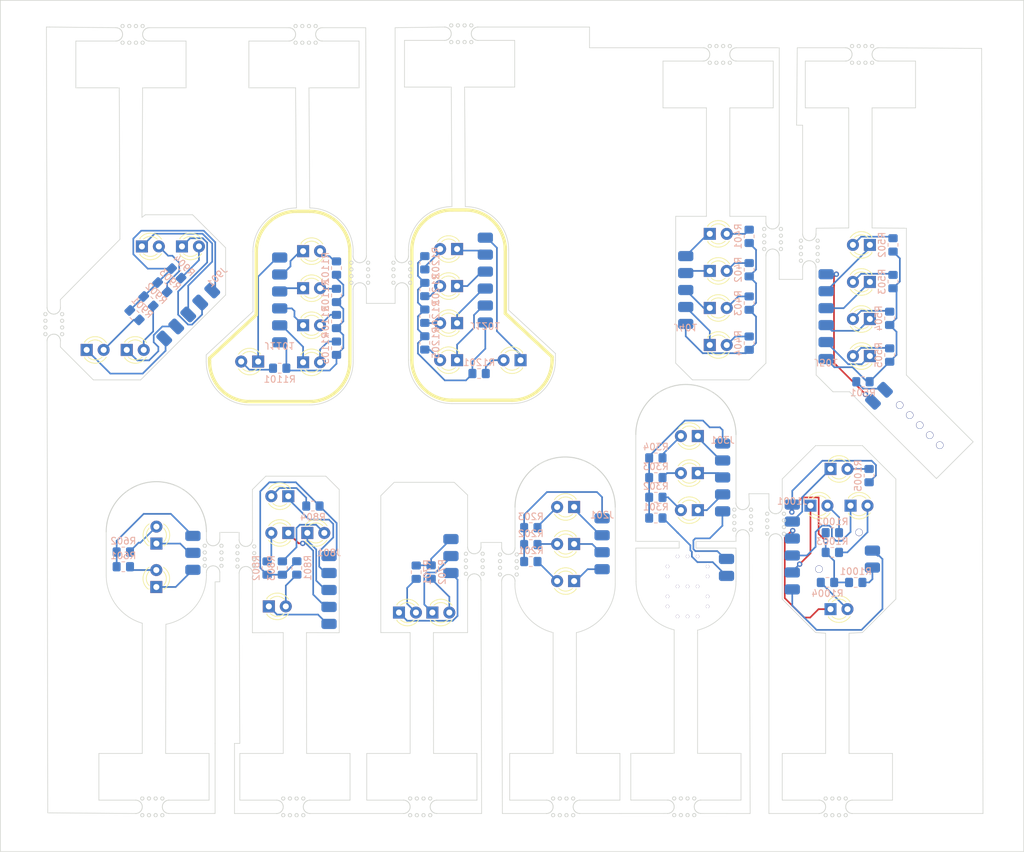
<source format=kicad_pcb>
(kicad_pcb (version 20221018) (generator pcbnew)
  (layers (0 "F.Cu" signal) (31 "B.Cu" signal) (34 "B.Paste" user) (35 "F.Paste" user) (36 "B.SilkS" user "B.Silkscreen") (37 "F.SilkS" user "F.Silkscreen") (38 "B.Mask" user) (39 "F.Mask" user) (44 "Edge.Cuts" user))
  (net 0 "")
  (net 1 "Net-(D201-K)")
  (net 2 "Net-(D201-A)")
  (net 3 "Net-(D202-K)")
  (net 4 "Net-(D202-A)")
  (net 5 "Net-(D203-K)")
  (net 6 "Net-(D203-A)")
  (net 7 "Net-(D301-K)")
  (net 8 "Net-(D301-A)")
  (net 9 "Net-(D302-K)")
  (net 10 "Net-(D302-A)")
  (net 11 "Net-(D303-K)")
  (net 12 "Net-(D303-A)")
  (net 13 "Net-(D304-K)")
  (net 14 "Net-(D304-A)")
  (net 15 "Net-(D401-K)")
  (net 16 "Net-(D401-A)")
  (net 17 "Net-(D402-K)")
  (net 18 "Net-(D402-A)")
  (net 19 "Net-(D403-K)")
  (net 20 "Net-(D403-A)")
  (net 21 "Net-(D404-K)")
  (net 22 "Net-(D404-A)")
  (net 23 "Net-(D501-K)")
  (net 24 "Net-(D501-A)")
  (net 25 "Net-(D502-K)")
  (net 26 "Net-(D502-A)")
  (net 27 "Net-(D503-K)")
  (net 28 "Net-(D503-A)")
  (net 29 "Net-(D504-K)")
  (net 30 "Net-(D504-A)")
  (net 31 "Net-(D505-K)")
  (net 32 "Net-(D505-A)")
  (net 33 "Net-(D601-K)")
  (net 34 "Net-(D601-A)")
  (net 35 "Net-(D602-K)")
  (net 36 "Net-(D602-A)")
  (net 37 "Net-(D701-K)")
  (net 38 "Net-(D701-A)")
  (net 39 "Net-(D702-K)")
  (net 40 "Net-(D702-A)")
  (net 41 "Net-(D801-K)")
  (net 42 "Net-(D801-A)")
  (net 43 "Net-(D802-K)")
  (net 44 "Net-(D802-A)")
  (net 45 "Net-(D803-K)")
  (net 46 "Net-(D803-A)")
  (net 47 "Net-(D901-K)")
  (net 48 "Net-(D901-A)")
  (net 49 "Net-(D902-K)")
  (net 50 "Net-(D902-A)")
  (net 51 "Net-(D903-K)")
  (net 52 "Net-(D903-A)")
  (net 53 "Net-(D904-K)")
  (net 54 "Net-(D904-A)")
  (net 55 "Net-(D1001-K)")
  (net 56 "Net-(D1001-A)")
  (net 57 "Net-(D1002-K)")
  (net 58 "Net-(D1002-A)")
  (net 59 "Net-(D1003-K)")
  (net 60 "Net-(D1003-A)")
  (net 61 "Net-(D1004-K)")
  (net 62 "Net-(D1004-A)")
  (net 63 "Net-(D1005-K)")
  (net 64 "Net-(D1005-A)")
  (net 65 "Net-(D1101-K)")
  (net 66 "Net-(D1101-A)")
  (net 67 "Net-(D1102-K)")
  (net 68 "Net-(D1102-A)")
  (net 69 "Net-(D1103-K)")
  (net 70 "Net-(D1103-A)")
  (net 71 "Net-(D1104-K)")
  (net 72 "Net-(D1104-A)")
  (net 73 "Net-(D1105-K)")
  (net 74 "Net-(D1105-A)")
  (net 75 "Net-(D1201-K)")
  (net 76 "Net-(D1201-A)")
  (net 77 "Net-(D1202-K)")
  (net 78 "Net-(D1202-A)")
  (net 79 "Net-(D1203-K)")
  (net 80 "Net-(D1203-A)")
  (net 81 "Net-(D1204-K)")
  (net 82 "Net-(D1204-A)")
  (net 83 "Net-(D1205-K)")
  (net 84 "Net-(D1205-A)")
  (net 85 "Net-(J201-Pin_1)")
  (net 86 "Net-(J301-Pin_1)")
  (net 87 "Net-(J401-Pin_1)")
  (net 88 "Net-(J501-Pin_1)")
  (net 89 "Net-(J601-Pin_1)")
  (net 90 "Net-(J701-Pin_1)")
  (net 91 "Net-(J801-Pin_1)")
  (net 92 "Net-(J901-Pin_1)")
  (net 93 "Net-(J1001-Pin_1)")
  (net 94 "Net-(J1101-Pin_1)")
  (net 95 "Net-(J1201-Pin_1)")
  (net 96 "Net-(D804-A)")
  (net 97 "Net-(D804-K)")
  (footprint "custom_kicad_lib_sk:LED_NO_SILK" (layer "F.Cu") (at 61.62 87.719993)
    (fp_text reference "D1101" hide)
    (fp_text value "LED")
  )
  (footprint "custom_kicad_lib_sk:LED_NO_SILK" (layer "F.Cu") (at 140.575 103.69)
    (fp_text reference "D1001" hide)
    (fp_text value "LED")
  )
  (footprint "custom_kicad_lib_sk:LED_NO_SILK" (layer "F.Cu") (at 120.715 104.314 180)
    (fp_text reference "D302" hide)
    (fp_text value "LED")
  )
  (footprint "custom_kicad_lib_sk:mousebite" (layer "F.Cu") (at 38.55 154.3)
    (fp_text reference "REF**" hide)
    (fp_text value "mousebite")
    (fp_arc (start -2 -1) (mid -1 0) (end -2 1) (stroke (width 0.12)) (layer "Edge.Cuts"))
    (fp_arc (start 3 1) (mid 2 0) (end 3 -1) (stroke (width 0.12)) (layer "Edge.Cuts"))
    (fp_circle (center -1 -1.25) (end -0.75 -1.25) (stroke (width 0.12)) (fill none) (layer "Edge.Cuts"))
    (fp_circle (center -1 1.25) (end -0.75 1.25) (stroke (width 0.12)) (fill none) (layer "Edge.Cuts"))
    (fp_circle (center 0 -1.25) (end 0.25 -1.25) (stroke (width 0.12)) (fill none) (layer "Edge.Cuts"))
    (fp_circle (center 0 1.25) (end 0.25 1.25) (stroke (width 0.12)) (fill none) (layer "Edge.Cuts"))
    (fp_circle (center 1 -1.25) (end 1.25 -1.25) (stroke (width 0.12)) (fill none) (layer "Edge.Cuts"))
    (fp_circle (center 1 1.25) (end 1.25 1.25) (stroke (width 0.12)) (fill none) (layer "Edge.Cuts"))
    (fp_circle (center 2 -1.25) (end 2.25 -1.25) (stroke (width 0.12)) (fill none) (layer "Edge.Cuts"))
    (fp_circle (center 2 1.25) (end 2.25 1.25) (stroke (width 0.12)) (fill none) (layer "Edge.Cuts"))
  )
  (footprint "MountingHole:MountingHole_3.2mm_M3" (layer "F.Cu") (at 119 46.1 180)
    (fp_text reference "REF**" hide)
    (fp_text value "MountingHole_3.2mm_M3")
  )
  (footprint "custom_kicad_lib_sk:mousebite" (layer "F.Cu") (at 118.175 154.29)
    (fp_text reference "REF**" hide)
    (fp_text value "mousebite")
    (fp_arc (start -2 -1) (mid -1 0) (end -2 1) (stroke (width 0.12)) (layer "Edge.Cuts"))
    (fp_arc (start 3 1) (mid 2 0) (end 3 -1) (stroke (width 0.12)) (layer "Edge.Cuts"))
    (fp_circle (center -1 -1.25) (end -0.75 -1.25) (stroke (width 0.12)) (fill none) (layer "Edge.Cuts"))
    (fp_circle (center -1 1.25) (end -0.75 1.25) (stroke (width 0.12)) (fill none) (layer "Edge.Cuts"))
    (fp_circle (center 0 -1.25) (end 0.25 -1.25) (stroke (width 0.12)) (fill none) (layer "Edge.Cuts"))
    (fp_circle (center 0 1.25) (end 0.25 1.25) (stroke (width 0.12)) (fill none) (layer "Edge.Cuts"))
    (fp_circle (center 1 -1.25) (end 1.25 -1.25) (stroke (width 0.12)) (fill none) (layer "Edge.Cuts"))
    (fp_circle (center 1 1.25) (end 1.25 1.25) (stroke (width 0.12)) (fill none) (layer "Edge.Cuts"))
    (fp_circle (center 2 -1.25) (end 2.25 -1.25) (stroke (width 0.12)) (fill none) (layer "Edge.Cuts"))
    (fp_circle (center 2 1.25) (end 2.25 1.25) (stroke (width 0.12)) (fill none) (layer "Edge.Cuts"))
  )
  (footprint "custom_kicad_lib_sk:LED_NO_SILK" (layer "F.Cu") (at 122.503 79.577)
    (fp_text reference "D402" hide)
    (fp_text value "LED")
  )
  (footprint "custom_kicad_lib_sk:LED_NO_SILK" (layer "F.Cu") (at 61.62 82.169993)
    (fp_text reference "D1102" hide)
    (fp_text value "LED")
  )
  (footprint "custom_kicad_lib_sk:mousebite" (layer "F.Cu") (at 145.8 41.6 180)
    (fp_text reference "REF**" hide)
    (fp_text value "mousebite")
    (fp_arc (start -2 -1) (mid -1 0) (end -2 1) (stroke (width 0.12)) (layer "Edge.Cuts"))
    (fp_arc (start 3 1) (mid 2 0) (end 3 -1) (stroke (width 0.12)) (layer "Edge.Cuts"))
    (fp_circle (center -1 -1.25) (end -0.75 -1.25) (stroke (width 0.12)) (fill none) (layer "Edge.Cuts"))
    (fp_circle (center -1 1.25) (end -0.75 1.25) (stroke (width 0.12)) (fill none) (layer "Edge.Cuts"))
    (fp_circle (center 0 -1.25) (end 0.25 -1.25) (stroke (width 0.12)) (fill none) (layer "Edge.Cuts"))
    (fp_circle (center 0 1.25) (end 0.25 1.25) (stroke (width 0.12)) (fill none) (layer "Edge.Cuts"))
    (fp_circle (center 1 -1.25) (end 1.25 -1.25) (stroke (width 0.12)) (fill none) (layer "Edge.Cuts"))
    (fp_circle (center 1 1.25) (end 1.25 1.25) (stroke (width 0.12)) (fill none) (layer "Edge.Cuts"))
    (fp_circle (center 2 -1.25) (end 2.25 -1.25) (stroke (width 0.12)) (fill none) (layer "Edge.Cuts"))
    (fp_circle (center 2 1.25) (end 2.25 1.25) (stroke (width 0.12)) (fill none) (layer "Edge.Cuts"))
  )
  (footprint "custom_kicad_lib_sk:LED_NO_SILK" (layer "F.Cu") (at 62.258 113.277)
    (fp_text reference "D802" hide)
    (fp_text value "LED")
  )
  (footprint "custom_kicad_lib_sk:LED_NO_SILK" (layer "F.Cu") (at 39.65 121.374 90)
    (fp_text reference "D602" hide)
    (fp_text value "LED")
  )
  (footprint "custom_kicad_lib_sk:mousebite" (layer "F.Cu") (at 127.425 111.79 90)
    (fp_text reference "REF**" hide)
    (fp_text value "mousebite")
    (fp_arc (start -2 -1) (mid -1 0) (end -2 1) (stroke (width 0.12)) (layer "Edge.Cuts"))
    (fp_arc (start 3 1) (mid 2 0) (end 3 -1) (stroke (width 0.12)) (layer "Edge.Cuts"))
    (fp_circle (center -1 -1.25) (end -0.75 -1.25) (stroke (width 0.12)) (fill none) (layer "Edge.Cuts"))
    (fp_circle (center -1 1.25) (end -0.75 1.25) (stroke (width 0.12)) (fill none) (layer "Edge.Cuts"))
    (fp_circle (center 0 -1.25) (end 0.25 -1.25) (stroke (width 0.12)) (fill none) (layer "Edge.Cuts"))
    (fp_circle (center 0 1.25) (end 0.25 1.25) (stroke (width 0.12)) (fill none) (layer "Edge.Cuts"))
    (fp_circle (center 1 -1.25) (end 1.25 -1.25) (stroke (width 0.12)) (fill none) (layer "Edge.Cuts"))
    (fp_circle (center 1 1.25) (end 1.25 1.25) (stroke (width 0.12)) (fill none) (layer "Edge.Cuts"))
    (fp_circle (center 2 -1.25) (end 2.25 -1.25) (stroke (width 0.12)) (fill none) (layer "Edge.Cuts"))
    (fp_circle (center 2 1.25) (end 2.25 1.25) (stroke (width 0.12)) (fill none) (layer "Edge.Cuts"))
  )
  (footprint "custom_kicad_lib_sk:LED_NO_SILK" (layer "F.Cu") (at 120.715 109.864 180)
    (fp_text reference "D303" hide)
    (fp_text value "LED")
  )
  (footprint "MountingHole:MountingHole_3.2mm_M3" (layer "F.Cu") (at 57 43.1 180)
    (fp_text reference "REF**" hide)
    (fp_text value "MountingHole_3.2mm_M3")
  )
  (footprint "custom_kicad_lib_sk:LED_NO_SILK" (layer "F.Cu") (at 43.490282 70.361816)
    (fp_text reference "D901" hide)
    (fp_text value "LED")
  )
  (footprint "custom_kicad_lib_sk:mousebite" (layer "F.Cu") (at 87.25 118.4 90)
    (fp_text reference "REF**" hide)
    (fp_text value "mousebite")
    (fp_arc (start -2 -1) (mid -1 0) (end -2 1) (stroke (width 0.12)) (layer "Edge.Cuts"))
    (fp_arc (start 3 1) (mid 2 0) (end 3 -1) (stroke (width 0.12)) (layer "Edge.Cuts"))
    (fp_circle (center -1 -1.25) (end -0.75 -1.25) (stroke (width 0.12)) (fill none) (layer "Edge.Cuts"))
    (fp_circle (center -1 1.25) (end -0.75 1.25) (stroke (width 0.12)) (fill none) (layer "Edge.Cuts"))
    (fp_circle (center 0 -1.25) (end 0.25 -1.25) (stroke (width 0.12)) (fill none) (layer "Edge.Cuts"))
    (fp_circle (center 0 1.25) (end 0.25 1.25) (stroke (width 0.12)) (fill none) (layer "Edge.Cuts"))
    (fp_circle (center 1 -1.25) (end 1.25 -1.25) (stroke (width 0.12)) (fill none) (layer "Edge.Cuts"))
    (fp_circle (center 1 1.25) (end 1.25 1.25) (stroke (width 0.12)) (fill none) (layer "Edge.Cuts"))
    (fp_circle (center 2 -1.25) (end 2.25 -1.25) (stroke (width 0.12)) (fill none) (layer "Edge.Cuts"))
    (fp_circle (center 2 1.25) (end 2.25 1.25) (stroke (width 0.12)) (fill none) (layer "Edge.Cuts"))
  )
  (footprint "custom_kicad_lib_sk:LED_NO_SILK" (layer "F.Cu") (at 84.675 70.75 180)
    (fp_text reference "D1204" hide)
    (fp_text value "LED")
  )
  (footprint "custom_kicad_lib_sk:mousebite" (layer "F.Cu") (at 85.8 38.5 180)
    (fp_text reference "REF**" hide)
    (fp_text value "mousebite")
    (fp_arc (start -2 -1) (mid -1 0) (end -2 1) (stroke (width 0.12)) (layer "Edge.Cuts"))
    (fp_arc (start 3 1) (mid 2 0) (end 3 -1) (stroke (width 0.12)) (layer "Edge.Cuts"))
    (fp_circle (center -1 -1.25) (end -0.75 -1.25) (stroke (width 0.12)) (fill none) (layer "Edge.Cuts"))
    (fp_circle (center -1 1.25) (end -0.75 1.25) (stroke (width 0.12)) (fill none) (layer "Edge.Cuts"))
    (fp_circle (center 0 -1.25) (end 0.25 -1.25) (stroke (width 0.12)) (fill none) (layer "Edge.Cuts"))
    (fp_circle (center 0 1.25) (end 0.25 1.25) (stroke (width 0.12)) (fill none) (layer "Edge.Cuts"))
    (fp_circle (center 1 -1.25) (end 1.25 -1.25) (stroke (width 0.12)) (fill none) (layer "Edge.Cuts"))
    (fp_circle (center 1 1.25) (end 1.25 1.25) (stroke (width 0.12)) (fill none) (layer "Edge.Cuts"))
    (fp_circle (center 2 -1.25) (end 2.25 -1.25) (stroke (width 0.12)) (fill none) (layer "Edge.Cuts"))
    (fp_circle (center 2 1.25) (end 2.25 1.25) (stroke (width 0.12)) (fill none) (layer "Edge.Cuts"))
  )
  (footprint "custom_kicad_lib_sk:LED_NO_SILK" (layer "F.Cu") (at 80.975 125.2)
    (fp_text reference "D701" hide)
    (fp_text value "LED")
  )
  (footprint "custom_kicad_lib_sk:LED_NO_SILK" (layer "F.Cu") (at 122.503 85.127)
    (fp_text reference "D401" hide)
    (fp_text value "LED")
  )
  (footprint "MountingHole:MountingHole_3.2mm_M3" (layer "F.Cu") (at 66.5 43.1 180)
    (fp_text reference "REF**" hide)
    (fp_text value "MountingHole_3.2mm_M3")
  )
  (footprint "custom_kicad_lib_sk:mousebite" (layer "F.Cu") (at 140.85 154.3)
    (fp_text reference "REF**" hide)
    (fp_text value "mousebite")
    (fp_arc (start -2 -1) (mid -1 0) (end -2 1) (stroke (width 0.12)) (layer "Edge.Cuts"))
    (fp_arc (start 3 1) (mid 2 0) (end 3 -1) (stroke (width 0.12)) (layer "Edge.Cuts"))
    (fp_circle (center -1 -1.25) (end -0.75 -1.25) (stroke (width 0.12)) (fill none) (layer "Edge.Cuts"))
    (fp_circle (center -1 1.25) (end -0.75 1.25) (stroke (width 0.12)) (fill none) (layer "Edge.Cuts"))
    (fp_circle (center 0 -1.25) (end 0.25 -1.25) (stroke (width 0.12)) (fill none) (layer "Edge.Cuts"))
    (fp_circle (center 0 1.25) (end 0.25 1.25) (stroke (width 0.12)) (fill none) (layer "Edge.Cuts"))
    (fp_circle (center 1 -1.25) (end 1.25 -1.25) (stroke (width 0.12)) (fill none) (layer "Edge.Cuts"))
    (fp_circle (center 1 1.25) (end 1.25 1.25) (stroke (width 0.12)) (fill none) (layer "Edge.Cuts"))
    (fp_circle (center 2 -1.25) (end 2.25 -1.25) (stroke (width 0.12)) (fill none) (layer "Edge.Cuts"))
    (fp_circle (center 2 1.25) (end 2.25 1.25) (stroke (width 0.12)) (fill none) (layer "Edge.Cuts"))
  )
  (footprint "custom_kicad_lib_sk:mousebite" (layer "F.Cu") (at 137.4 71.5 90)
    (fp_text reference "REF**" hide)
    (fp_text value "mousebite")
    (fp_arc (start -2 -1) (mid -1 0) (end -2 1) (stroke (width 0.12)) (layer "Edge.Cuts"))
    (fp_arc (start 3 1) (mid 2 0) (end 3 -1) (stroke (width 0.12)) (layer "Edge.Cuts"))
    (fp_circle (center -1 -1.25) (end -0.75 -1.25) (stroke (width 0.12)) (fill none) (layer "Edge.Cuts"))
    (fp_circle (center -1 1.25) (end -0.75 1.25) (stroke (width 0.12)) (fill none) (layer "Edge.Cuts"))
    (fp_circle (center 0 -1.25) (end 0.25 -1.25) (stroke (width 0.12)) (fill none) (layer "Edge.Cuts"))
    (fp_circle (center 0 1.25) (end 0.25 1.25) (stroke (width 0.12)) (fill none) (layer "Edge.Cuts"))
    (fp_circle (center 1 -1.25) (end 1.25 -1.25) (stroke (width 0.12)) (fill none) (layer "Edge.Cuts"))
    (fp_circle (center 1 1.25) (end 1.25 1.25) (stroke (width 0.12)) (fill none) (layer "Edge.Cuts"))
    (fp_circle (center 2 -1.25) (end 2.25 -1.25) (stroke (width 0.12)) (fill none) (layer "Edge.Cuts"))
    (fp_circle (center 2 1.25) (end 2.25 1.25) (stroke (width 0.12)) (fill none) (layer "Edge.Cuts"))
  )
  (footprint "custom_kicad_lib_sk:mousebite" (layer "F.Cu") (at 131.9 69.75 90)
    (fp_text reference "REF**" hide)
    (fp_text value "mousebite")
    (fp_arc (start -2 -1) (mid -1 0) (end -2 1) (stroke (width 0.12)) (layer "Edge.Cuts"))
    (fp_arc (start 3 1) (mid 2 0) (end 3 -1) (stroke (width 0.12)) (layer "Edge.Cuts"))
    (fp_circle (center -1 -1.25) (end -0.75 -1.25) (stroke (width 0.12)) (fill none) (layer "Edge.Cuts"))
    (fp_circle (center -1 1.25) (end -0.75 1.25) (stroke (width 0.12)) (fill none) (layer "Edge.Cuts"))
    (fp_circle (center 0 -1.25) (end 0.25 -1.25) (stroke (width 0.12)) (fill none) (layer "Edge.Cuts"))
    (fp_circle (center 0 1.25) (end 0.25 1.25) (stroke (width 0.12)) (fill none) (layer "Edge.Cuts"))
    (fp_circle (center 1 -1.25) (end 1.25 -1.25) (stroke (width 0.12)) (fill none) (layer "Edge.Cuts"))
    (fp_circle (center 1 1.25) (end 1.25 1.25) (stroke (width 0.12)) (fill none) (layer "Edge.Cuts"))
    (fp_circle (center 2 -1.25) (end 2.25 -1.25) (stroke (width 0.12)) (fill none) (layer "Edge.Cuts"))
    (fp_circle (center 2 1.25) (end 2.25 1.25) (stroke (width 0.12)) (fill none) (layer "Edge.Cuts"))
  )
  (footprint "custom_kicad_lib_sk:LED_NO_SILK" (layer "F.Cu") (at 120.715 98.764 180)
    (fp_text reference "D301" hide)
    (fp_text value "LED")
  )
  (footprint "custom_kicad_lib_sk:mousebite" (layer "F.Cu") (at 132.35 112.4 90)
    (fp_text reference "REF**" hide)
    (fp_text value "mousebite")
    (fp_arc (start -2 -1) (mid -1 0) (end -2 1) (stroke (width 0.12)) (layer "Edge.Cuts"))
    (fp_arc (start 3 1) (mid 2 0) (end 3 -1) (stroke (width 0.12)) (layer "Edge.Cuts"))
    (fp_circle (center -1 -1.25) (end -0.75 -1.25) (stroke (width 0.12)) (fill none) (layer "Edge.Cuts"))
    (fp_circle (center -1 1.25) (end -0.75 1.25) (stroke (width 0.12)) (fill none) (layer "Edge.Cuts"))
    (fp_circle (center 0 -1.25) (end 0.25 -1.25) (stroke (width 0.12)) (fill none) (layer "Edge.Cuts"))
    (fp_circle (center 0 1.25) (end 0.25 1.25) (stroke (width 0.12)) (fill none) (layer "Edge.Cuts"))
    (fp_circle (center 1 -1.25) (end 1.25 -1.25) (stroke (width 0.12)) (fill none) (layer "Edge.Cuts"))
    (fp_circle (center 1 1.25) (end 1.25 1.25) (stroke (width 0.12)) (fill none) (layer "Edge.Cuts"))
    (fp_circle (center 2 -1.25) (end 2.25 -1.25) (stroke (width 0.12)) (fill none) (layer "Edge.Cuts"))
    (fp_circle (center 2 1.25) (end 2.25 1.25) (stroke (width 0.12)) (fill none) (layer "Edge.Cuts"))
  )
  (footprint "custom_kicad_lib_sk:LED_NO_SILK" (layer "F.Cu") (at 29.225282 85.861816)
    (fp_text reference "D904" hide)
    (fp_text value "LED")
  )
  (footprint "custom_kicad_lib_sk:mousebite" (layer "F.Cu") (at 78.65 154.3)
    (fp_text reference "REF**" hide)
    (fp_text value "mousebite")
    (fp_arc (start -2 -1) (mid -1 0) (end -2 1) (stroke (width 0.12)) (layer "Edge.Cuts"))
    (fp_arc (start 3 1) (mid 2 0) (end 3 -1) (stroke (width 0.12)) (layer "Edge.Cuts"))
    (fp_circle (center -1 -1.25) (end -0.75 -1.25) (stroke (width 0.12)) (fill none) (layer "Edge.Cuts"))
    (fp_circle (center -1 1.25) (end -0.75 1.25) (stroke (width 0.12)) (fill none) (layer "Edge.Cuts"))
    (fp_circle (center 0 -1.25) (end 0.25 -1.25) (stroke (width 0.12)) (fill none) (layer "Edge.Cuts"))
    (fp_circle (center 0 1.25) (end 0.25 1.25) (stroke (width 0.12)) (fill none) (layer "Edge.Cuts"))
    (fp_circle (center 1 -1.25) (end 1.25 -1.25) (stroke (width 0.12)) (fill none) (layer "Edge.Cuts"))
    (fp_circle (center 1 1.25) (end 1.25 1.25) (stroke (width 0.12)) (fill none) (layer "Edge.Cuts"))
    (fp_circle (center 2 -1.25) (end 2.25 -1.25) (stroke (width 0.12)) (fill none) (layer "Edge.Cuts"))
    (fp_circle (center 2 1.25) (end 2.25 1.25) (stroke (width 0.12)) (fill none) (layer "Edge.Cuts"))
  )
  (footprint "MountingHole:MountingHole_3.2mm_M3" (layer "F.Cu") (at 65.15 149.8)
    (fp_text reference "REF**" hide)
    (fp_text value "MountingHole_3.2mm_M3")
  )
  (footprint "custom_kicad_lib_sk:LED_NO_SILK" (layer "F.Cu") (at 84.675 87.4 180)
    (fp_text reference "D1201" hide)
    (fp_text value "LED")
  )
  (footprint "custom_kicad_lib_sk:LED_NO_SILK" (layer "F.Cu") (at 102.193 109.385 180)
    (fp_text reference "D201" hide)
    (fp_text value "LED")
  )
  (footprint "custom_kicad_lib_sk:LED_NO_SILK" (layer "F.Cu") (at 75.975 125.2)
    (fp_text reference "D702" hide)
    (fp_text value "LED")
  )
  (footprint "custom_kicad_lib_sk:mousebite" (layer "F.Cu") (at 62.5 38.6 180)
    (fp_text reference "REF**" hide)
    (fp_text value "mousebite")
    (fp_arc (start -2 -1) (mid -1 0) (end -2 1) (stroke (width 0.12)) (layer "Edge.Cuts"))
    (fp_arc (start 3 1) (mid 2 0) (end 3 -1) (stroke (width 0.12)) (layer "Edge.Cuts"))
    (fp_circle (center -1 -1.25) (end -0.75 -1.25) (stroke (width 0.12)) (fill none) (layer "Edge.Cuts"))
    (fp_circle (center -1 1.25) (end -0.75 1.25) (stroke (width 0.12)) (fill none) (layer "Edge.Cuts"))
    (fp_circle (center 0 -1.25) (end 0.25 -1.25) (stroke (width 0.12)) (fill none) (layer "Edge.Cuts"))
    (fp_circle (center 0 1.25) (end 0.25 1.25) (stroke (width 0.12)) (fill none) (layer "Edge.Cuts"))
    (fp_circle (center 1 -1.25) (end 1.25 -1.25) (stroke (width 0.12)) (fill none) (layer "Edge.Cuts"))
    (fp_circle (center 1 1.25) (end 1.25 1.25) (stroke (width 0.12)) (fill none) (layer "Edge.Cuts"))
    (fp_circle (center 2 -1.25) (end 2.25 -1.25) (stroke (width 0.12)) (fill none) (layer "Edge.Cuts"))
    (fp_circle (center 2 1.25) (end 2.25 1.25) (stroke (width 0.12)) (fill none) (layer "Edge.Cuts"))
  )
  (footprint "MountingHole:MountingHole_3.2mm_M3" (layer "F.Cu") (at 105.55 149.8)
    (fp_text reference "REF**" hide)
    (fp_text value "MountingHole_3.2mm_M3")
  )
  (footprint "custom_kicad_lib_sk:LED_NO_SILK" (layer "F.Cu") (at 59.408 107.777 180)
    (fp_text reference "D801" hide)
    (fp_text value "LED")
  )
  (footprint "MountingHole:MountingHole_3.2mm_M3" (layer "F.Cu") (at 74.65 149.8)
    (fp_text reference "REF**" hide)
    (fp_text value "MountingHole_3.2mm_M3")
  )
  (footprint "custom_kicad_lib_sk:LED_NO_SILK" (layer "F.Cu") (at 122.503 68.477)
    (fp_text reference "D404" hide)
    (fp_text value "LED")
  )
  (footprint "MountingHole:MountingHole_3.2mm_M3" (layer "F.Cu") (at 149.8 46.1 180)
    (fp_text reference "REF**" hide)
    (fp_text value "MountingHole_3.2mm_M3")
  )
  (footprint "custom_kicad_lib_sk:LED_NO_SILK" (layer "F.Cu") (at 84.675 76.3 180)
    (fp_text reference "D1203" hide)
    (fp_text value "LED")
  )
  (footprint "MountingHole:MountingHole_3.2mm_M3" (layer "F.Cu") (at 84.15 149.8)
    (fp_text reference "REF**" hide)
    (fp_text value "MountingHole_3.2mm_M3")
  )
  (footprint "custom_kicad_lib_sk:LED_NO_SILK" (layer "F.Cu") (at 146.47 81.23 180)
    (fp_text reference "D502" hide)
    (fp_text value "LED")
  )
  (footprint "custom_kicad_lib_sk:mousebite" (layer "F.Cu") (at 59.65 154.3)
    (fp_text reference "REF**" hide)
    (fp_text value "mousebite")
    (fp_arc (start -2 -1) (mid -1 0) (end -2 1) (stroke (width 0.12)) (layer "Edge.Cuts"))
    (fp_arc (start 3 1) (mid 2 0) (end 3 -1) (stroke (width 0.12)) (layer "Edge.Cuts"))
    (fp_circle (center -1 -1.25) (end -0.75 -1.25) (stroke (width 0.12)) (fill none) (layer "Edge.Cuts"))
    (fp_circle (center -1 1.25) (end -0.75 1.25) (stroke (width 0.12)) (fill none) (layer "Edge.Cuts"))
    (fp_circle (center 0 -1.25) (end 0.25 -1.25) (stroke (width 0.12)) (fill none) (layer "Edge.Cuts"))
    (fp_circle (center 0 1.25) (end 0.25 1.25) (stroke (width 0.12)) (fill none) (layer "Edge.Cuts"))
    (fp_circle (center 1 -1.25) (end 1.25 -1.25) (stroke (width 0.12)) (fill none) (layer "Edge.Cuts"))
    (fp_circle (center 1 1.25) (end 1.25 1.25) (stroke (width 0.12)) (fill none) (layer "Edge.Cuts"))
    (fp_circle (center 2 -1.25) (end 2.25 -1.25) (stroke (width 0.12)) (fill none) (layer "Edge.Cuts"))
    (fp_circle (center 2 1.25) (end 2.25 1.25) (stroke (width 0.12)) (fill none) (layer "Edge.Cuts"))
  )
  (footprint "custom_kicad_lib_sk:mousebite" (layer "F.Cu") (at 100.05 154.3)
    (fp_text reference "REF**" hide)
    (fp_text value "mousebite")
    (fp_arc (start -2 -1) (mid -1 0) (end -2 1) (stroke (width 0.12)) (layer "Edge.Cuts"))
    (fp_arc (start 3 1) (mid 2 0) (end 3 -1) (stroke (width 0.12)) (layer "Edge.Cuts"))
    (fp_circle (center -1 -1.25) (end -0.75 -1.25) (stroke (width 0.12)) (fill none) (layer "Edge.Cuts"))
    (fp_circle (center -1 1.25) (end -0.75 1.25) (stroke (width 0.12)) (fill none) (layer "Edge.Cuts"))
    (fp_circle (center 0 -1.25) (end 0.25 -1.25) (stroke (width 0.12)) (fill none) (layer "Edge.Cuts"))
    (fp_circle (center 0 1.25) (end 0.25 1.25) (stroke (width 0.12)) (fill none) (layer "Edge.Cuts"))
    (fp_circle (center 1 -1.25) (end 1.25 -1.25) (stroke (width 0.12)) (fill none) (layer "Edge.Cuts"))
    (fp_circle (center 1 1.25) (end 1.25 1.25) (stroke (width 0.12)) (fill none) (layer "Edge.Cuts"))
    (fp_circle (center 2 -1.25) (end 2.25 -1.25) (stroke (width 0.12)) (fill none) (layer "Edge.Cuts"))
    (fp_circle (center 2 1.25) (end 2.25 1.25) (stroke (width 0.12)) (fill none) (layer "Edge.Cuts"))
  )
  (footprint "custom_kicad_lib_sk:mousebite" (layer "F.Cu") (at 48.15 117.2 90)
    (fp_text reference "REF**" hide)
    (fp_text value "mousebite")
    (fp_arc (start -2 -1) (mid -1 0) (end -2 1) (stroke (width 0.12)) (layer "Edge.Cuts"))
    (fp_arc (start 3 1) (mid 2 0) (end 3 -1) (stroke (width 0.12)) (layer "Edge.Cuts"))
    (fp_circle (center -1 -1.25) (end -0.75 -1.25) (stroke (width 0.12)) (fill none) (layer "Edge.Cuts"))
    (fp_circle (center -1 1.25) (end -0.75 1.25) (stroke (width 0.12)) (fill none) (layer "Edge.Cuts"))
    (fp_circle (center 0 -1.25) (end 0.25 -1.25) (stroke (width 0.12)) (fill none) (layer "Edge.Cuts"))
    (fp_circle (center 0 1.25) (end 0.25 1.25) (stroke (width 0.12)) (fill none) (layer "Edge.Cuts"))
    (fp_circle (center 1 -1.25) (end 1.25 -1.25) (stroke (width 0.12)) (fill none) (layer "Edge.Cuts"))
    (fp_circle (center 1 1.25) (end 1.25 1.25) (stroke (width 0.12)) (fill none) (layer "Edge.Cuts"))
    (fp_circle (center 2 -1.25) (end 2.25 -1.25) (stroke (width 0.12)) (fill none) (layer "Edge.Cuts"))
    (fp_circle (center 2 1.25) (end 2.25 1.25) (stroke (width 0.12)) (fill none) (layer "Edge.Cuts"))
  )
  (footprint "MountingHole:MountingHole_3.2mm_M3" (layer "F.Cu") (at 31.1 43.1 180)
    (fp_text reference "REF**" hide)
    (fp_text value "MountingHole_3.2mm_M3")
  )
  (footprint "MountingHole:MountingHole_3.2mm_M3" (layer "F.Cu") (at 96.05 149.8)
    (fp_text reference "REF**" hide)
    (fp_text value "MountingHole_3.2mm_M3")
  )
  (footprint "MountingHole:MountingHole_3.2mm_M3" (layer "F.Cu") (at 34.55 149.8)
    (fp_text reference "REF**" hide)
    (fp_text value "MountingHole_3.2mm_M3")
  )
  (footprint "custom_kicad_lib_sk:mousebite" (layer "F.Cu") (at 53.05 117.3 90)
    (fp_text reference "REF**" hide)
    (fp_text value "mousebite")
    (fp_arc (start -2 -1) (mid -1 0) (end -2 1) (stroke (width 0.12)) (layer "Edge.Cuts"))
    (fp_arc (start 3 1) (mid 2 0) (end 3 -1) (stroke (width 0.12)) (layer "Edge.Cuts"))
    (fp_circle (center -1 -1.25) (end -0.75 -1.25) (stroke (width 0.12)) (fill none) (layer "Edge.Cuts"))
    (fp_circle (center -1 1.25) (end -0.75 1.25) (stroke (width 0.12)) (fill none) (layer "Edge.Cuts"))
    (fp_circle (center 0 -1.25) (end 0.25 -1.25) (stroke (width 0.12)) (fill none) (layer "Edge.Cuts"))
    (fp_circle (center 0 1.25) (end 0.25 1.25) (stroke (width 0.12)) (fill none) (layer "Edge.Cuts"))
    (fp_circle (center 1 -1.25) (end 1.25 -1.25) (stroke (width 0.12)) (fill none) (layer "Edge.Cuts"))
    (fp_circle (center 1 1.25) (end 1.25 1.25) (stroke (width 0.12)) (fill none) (layer "Edge.Cuts"))
    (fp_circle (center 2 -1.25) (end 2.25 -1.25) (stroke (width 0.12)) (fill none) (layer "Edge.Cuts"))
    (fp_circle (center 2 1.25) (end 2.25 1.25) (stroke (width 0.12)) (fill none) (layer "Edge.Cuts"))
  )
  (footprint "MountingHole:MountingHole_3.2mm_M3" (layer "F.Cu") (at 89.8 43 180)
    (fp_text reference "REF**" hide)
    (fp_text value "MountingHole_3.2mm_M3")
  )
  (footprint "custom_kicad_lib_sk:LED_NO_SILK" (layer "F.Cu") (at 122.503 74.027)
    (fp_text reference "D403" hide)
    (fp_text value "LED")
  )
  (footprint "custom_kicad_lib_sk:LED_NO_SILK" (layer "F.Cu") (at 146.47 86.78 180)
    (fp_text reference "D501" hide)
    (fp_text value "LED")
  )
  (footprint "custom_kicad_lib_sk:LED_NO_SILK" (layer "F.Cu") (at 140.575 124.69)
    (fp_text reference "D1002" hide)
    (fp_text value "LED")
  )
  (footprint "custom_kicad_lib_sk:LED_NO_SILK" (layer "F.Cu") (at 102.193 120.485 180)
    (fp_text reference "D203" hide)
    (fp_text value "LED")
  )
  (footprint "MountingHole:MountingHole_3.2mm_M3" (layer "F.Cu") (at 55.65 149.8)
    (fp_text reference "REF**" hide)
    (fp_text value "MountingHole_3.2mm_M3")
  )
  (footprint "custom_kicad_lib_sk:mousebite" (layer "F.Cu") (at 76.4 74.8 90)
    (fp_text reference "REF**" hide)
    (fp_text value "mousebite")
    (fp_arc (start -2 -1) (mid -1 0) (end -2 1) (stroke (width 0.12)) (layer "Edge.Cuts"))
    (fp_arc (start 3 1) (mid 2 0) (end 3 -1) (stroke (width 0.12)) (layer "Edge.Cuts"))
    (fp_circle (center -1 -1.25) (end -0.75 -1.25) (stroke (width 0.12)) (fill none) (layer "Edge.Cuts"))
    (fp_circle (center -1 1.25) (end -0.75 1.25) (stroke (width 0.12)) (fill none) (layer "Edge.Cuts"))
    (fp_circle (center 0 -1.25) (end 0.25 -1.25) (stroke (width 0.12)) (fill none) (layer "Edge.Cuts"))
    (fp_circle (center 0 1.25) (end 0.25 1.25) (stroke (width 0.12)) (fill none) (layer "Edge.Cuts"))
    (fp_circle (center 1 -1.25) (end 1.25 -1.25) (stroke (width 0.12)) (fill none) (layer "Edge.Cuts"))
    (fp_circle (center 1 1.25) (end 1.25 1.25) (stroke (width 0.12)) (fill none) (layer "Edge.Cuts"))
    (fp_circle (center 2 -1.25) (end 2.25 -1.25) (stroke (width 0.12)) (fill none) (layer "Edge.Cuts"))
    (fp_circle (center 2 1.25) (end 2.25 1.25) (stroke (width 0.12)) (fill none) (layer "Edge.Cuts"))
  )
  (footprint "custom_kicad_lib_sk:LED_NO_SILK" (layer "F.Cu") (at 146.47 75.68 180)
    (fp_text reference "D503" hide)
    (fp_text value "LED")
  )
  (footprint "MountingHole:MountingHole_3.2mm_M3" (layer "F.Cu") (at 114.175 149.79)
    (fp_text reference "REF**" hide)
    (fp_text value "MountingHole_3.2mm_M3")
  )
  (footprint "custom_kicad_lib_sk:LED_NO_SILK" (layer "F.Cu") (at 59.408 113.277 180)
    (fp_text reference "D803" hide)
    (fp_text value "LED")
  )
  (footprint "MountingHole:MountingHole_3.2mm_M3" (layer "F.Cu") (at 136.85 149.8)
    (fp_text reference "REF**" hide)
    (fp_text value "MountingHole_3.2mm_M3")
  )
  (footprint "custom_kicad_lib_sk:LED_NO_SILK" (layer "F.Cu") (at 35.225282 85.861816)
    (fp_text reference "D903" hide)
    (fp_text value "LED")
  )
  (footprint "MountingHole:MountingHole_3.2mm_M3" (layer "F.Cu") (at 123.675 149.79)
    (fp_text reference "REF**" hide)
    (fp_text value "MountingHole_3.2mm_M3")
  )
  (footprint "MountingHole:MountingHole_3.2mm_M3" (layer "F.Cu") (at 40.6 43.1 180)
    (fp_text reference "REF**" hide)
    (fp_text value "MountingHole_3.2mm_M3")
  )
  (footprint "custom_kicad_lib_sk:mousebite" (layer "F.Cu") (at 24.3 82.5 90)
    (fp_text reference "REF**" hide)
    (fp_text value "mousebite")
    (fp_arc (start -2 -1) (mid -1 0) (end -2 1) (stroke (width 0.12)) (layer "Edge.Cuts"))
    (fp_arc (start 3 1) (mid 2 0) (end 3 -1) (stroke (width 0.12)) (layer "Edge.Cuts"))
    (fp_circle (center -1 -1.25) (end -0.75 -1.25) (stroke (width 0.12)) (fill none) (layer "Edge.Cuts"))
    (fp_circle (center -1 1.25) (end -0.75 1.25) (stroke (width 0.12)) (fill none) (layer "Edge.Cuts"))
    (fp_circle (center 0 -1.25) (end 0.25 -1.25) (stroke (width 0.12)) (fill none) (layer "Edge.Cuts"))
    (fp_circle (center 0 1.25) (end 0.25 1.25) (stroke (width 0.12)) (fill none) (layer "Edge.Cuts"))
    (fp_circle (center 1 -1.25) (end 1.25 -1.25) (stroke (width 0.12)) (fill none) (layer "Edge.Cuts"))
    (fp_circle (center 1 1.25) (end 1.25 1.25) (stroke (width 0.12)) (fill none) (layer "Edge.Cuts"))
    (fp_circle (center 2 -1.25) (end 2.25 -1.25) (stroke (width 0.12)) (fill none) (layer "Edge.Cuts"))
    (fp_circle (center 2 1.25) (end 2.25 1.25) (stroke (width 0.12)) (fill none) (layer "Edge.Cuts"))
  )
  (footprint "custom_kicad_lib_sk:LED_NO_SILK" (layer "F.Cu") (at 54.895 87.603993 180)
    (fp_text reference "D1105" hide)
    (fp_text value "LED")
  )
  (footprint "custom_kicad_lib_sk:mousebite" (layer "F.Cu") (at 124.5 41.6 180)
    (fp_text reference "REF**" hide)
    (fp_text value "mousebite")
    (fp_arc (start -2 -1) (mid -1 0) (end -2 1) (stroke (width 0.12)) (layer "Edge.Cuts"))
    (fp_arc (start 3 1) (mid 2 0) (end 3 -1) (stroke (width 0.12)) (layer "Edge.Cuts"))
    (fp_circle (center -1 -1.25) (end -0.75 -1.25) (stroke (width 0.12)) (fill none) (layer "Edge.Cuts"))
    (fp_circle (center -1 1.25) (end -0.75 1.25) (stroke (width 0.12)) (fill none) (layer "Edge.Cuts"))
    (fp_circle (center 0 -1.25) (end 0.25 -1.25) (stroke (width 0.12)) (fill none) (layer "Edge.Cuts"))
    (fp_circle (center 0 1.25) (end 0.25 1.25) (stroke (width 0.12)) (fill none) (layer "Edge.Cuts"))
    (fp_circle (center 1 -1.25) (end 1.25 -1.25) (stroke (width 0.12)) (fill none) (layer "Edge.Cuts"))
    (fp_circle (center 1 1.25) (end 1.25 1.25) (stroke (width 0.12)) (fill none) (layer "Edge.Cuts"))
    (fp_circle (center 2 -1.25) (end 2.25 -1.25) (stroke (width 0.12)) (fill none) (layer "Edge.Cuts"))
    (fp_circle (center 2 1.25) (end 2.25 1.25) (stroke (width 0.12)) (fill none) (layer "Edge.Cuts"))
  )
  (footprint "MountingHole:MountingHole_3.2mm_M3" (layer "F.Cu") (at 80.3 43 180)
    (fp_text reference "REF**" hide)
    (fp_text value "MountingHole_3.2mm_M3")
  )
  (footprint "custom_kicad_lib_sk:mousebite" (layer "F.Cu") (at 70.1 74.8 90)
    (fp_text reference "REF**" hide)
    (fp_text value "mousebite")
    (fp_arc (start -2 -1) (mid -1 0) (end -2 1) (stroke (width 0.12)) (layer "Edge.Cuts"))
    (fp_arc (start 3 1) (mid 2 0) (end 3 -1) (stroke (width 0.12)) (layer "Edge.Cuts"))
    (fp_circle (center -1 -1.25) (end -0.75 -1.25) (stroke (width 0.12)) (fill none) (layer "Edge.Cuts"))
    (fp_circle (center -1 1.25) (end -0.75 1.25) (stroke (width 0.12)) (fill none) (layer "Edge.Cuts"))
    (fp_circle (center 0 -1.25) (end 0.25 -1.25) (stroke (width 0.12)) (fill none) (layer "Edge.Cuts"))
    (fp_circle (center 0 1.25) (end 0.25 1.25) (stroke (width 0.12)) (fill none) (layer "Edge.Cuts"))
    (fp_circle (center 1 -1.25) (end 1.25 -1.25) (stroke (width 0.12)) (fill none) (layer "Edge.Cuts"))
    (fp_circle (center 1 1.25) (end 1.25 1.25) (stroke (width 0.12)) (fill none) (layer "Edge.Cuts"))
    (fp_circle (center 2 -1.25) (end 2.25 -1.25) (stroke (width 0.12)) (fill none) (layer "Edge.Cuts"))
    (fp_circle (center 2 1.25) (end 2.25 1.25) (stroke (width 0.12)) (fill none) (layer "Edge.Cuts"))
  )
  (footprint "custom_kicad_lib_sk:LED_NO_SILK" (layer "F.Cu") (at 56.493 124.277)
    (fp_text reference "D804" hide)
    (fp_text value "LED")
  )
  (footprint "custom_kicad_lib_sk:LED_NO_SILK" (layer "F.Cu") (at 61.62 76.619993)
    (fp_text reference "D1103" hide)
    (fp_text value "LED")
  )
  (footprint "custom_kicad_lib_sk:LED_NO_SILK" (layer "F.Cu") (at 39.664 114.868 90)
    (fp_text reference "D601" hide)
    (fp_text value "LED")
  )
  (footprint "custom_kicad_lib_sk:LED_NO_SILK" (layer "F.Cu") (at 143.575 109.19)
    (fp_text reference "D1003" hide)
    (fp_text value "LED")
  )
  (footprint "custom_kicad_lib_sk:LED_NO_SILK" (layer "F.Cu") (at 61.62 71.069993)
    (fp_text reference "D1104" hide)
    (fp_text value "LED")
  )
  (footprint "custom_kicad_lib_sk:LED_NO_SILK" (layer "F.Cu") (at 37.490282 70.361816)
    (fp_text reference "D902" hide)
    (fp_text value "LED")
  )
  (footprint "MountingHole:MountingHole_3.2mm_M3" (layer "F.Cu") (at 146.35 149.8)
    (fp_text reference "REF**" hide)
    (fp_text value "MountingHole_3.2mm_M3")
  )
  (footprint "custom_kicad_lib_sk:LED_NO_SILK" (layer "F.Cu") (at 102.193 114.935 180)
    (fp_text reference "D202" hide)
    (fp_text value "LED")
  )
  (footprint "custom_kicad_lib_sk:mousebite" (layer "F.Cu") (at 92.35 118.5 90)
    (fp_text reference "REF**" hide)
    (fp_text value "mousebite")
    (fp_arc (start -2 -1) (mid -1 0) (end -2 1) (stroke (width 0.12)) (layer "Edge.Cuts"))
    (fp_arc (start 3 1) (mid 2 0) (end 3 -1) (stroke (width 0.12)) (layer "Edge.Cuts"))
    (fp_circle (center -1 -1.25) (end -0.75 -1.25) (stroke (width 0.12)) (fill none) (layer "Edge.Cuts"))
    (fp_circle (center -1 1.25) (end -0.75 1.25) (stroke (width 0.12)) (fill none) (layer "Edge.Cuts"))
    (fp_circle (center 0 -1.25) (end 0.25 -1.25) (stroke (width 0.12)) (fill none) (layer "Edge.Cuts"))
    (fp_circle (center 0 1.25) (end 0.25 1.25) (stroke (width 0.12)) (fill none) (layer "Edge.Cuts"))
    (fp_circle (center 1 -1.25) (end 1.25 -1.25) (stroke (width 0.12)) (fill none) (layer "Edge.Cuts"))
    (fp_circle (center 1 1.25) (end 1.25 1.25) (stroke (width 0.12)) (fill none) (layer "Edge.Cuts"))
    (fp_circle (center 2 -1.25) (end 2.25 -1.25) (stroke (width 0.12)) (fill none) (layer "Edge.Cuts"))
    (fp_circle (center 2 1.25) (end 2.25 1.25) (stroke (width 0.12)) (fill none) (layer "Edge.Cuts"))
  )
  (footprint "MountingHole:MountingHole_3.2mm_M3" (layer "F.Cu") (at 140.3 46.1 180)
    (fp_text reference "REF**" hide)
    (fp_text value "MountingHole_3.2mm_M3")
  )
  (footprint "custom_kicad_lib_sk:mousebite" (layer "F.Cu") (at 36.6 38.6 180)
    (fp_text reference "REF**" hide)
    (fp_text value "mousebite")
    (fp_arc (start -2 -1) (mid -1 0) (end -2 1) (stroke (width 0.12)) (layer "Edge.Cuts"))
    (fp_arc (start 3 1) (mid 2 0) (end 3 -1) (stroke (width 0.12)) (layer "Edge.Cuts"))
    (fp_circle (center -1 -1.25) (end -0.75 -1.25) (stroke (width 0.12)) (fill none) (layer "Edge.Cuts"))
    (fp_circle (center -1 1.25) (end -0.75 1.25) (stroke (width 0.12)) (fill none) (layer "Edge.Cuts"))
    (fp_circle (center 0 -1.25) (end 0.25 -1.25) (stroke (width 0.12)) (fill none) (layer "Edge.Cuts"))
    (fp_circle (center 0 1.25) (end 0.25 1.25) (stroke (width 0.12)) (fill none) (layer "Edge.Cuts"))
    (fp_circle (center 1 -1.25) (end 1.25 -1.25) (stroke (width 0.12)) (fill none) (layer "Edge.Cuts"))
    (fp_circle (center 1 1.25) (end 1.25 1.25) (stroke (width 0.12)) (fill none) (layer "Edge.Cuts"))
    (fp_circle (center 2 -1.25) (end 2.25 -1.25) (stroke (width 0.12)) (fill none) (layer "Edge.Cuts"))
    (fp_circle (center 2 1.25) (end 2.25 1.25) (stroke (width 0.12)) (fill none) (layer "Edge.Cuts"))
  )
  (footprint "MountingHole:MountingHole_3.2mm_M3" (layer "F.Cu") (at 128.5 46.1 180)
    (fp_text reference "REF**" hide)
    (fp_text value "MountingHole_3.2mm_M3")
  )
  (footprint "MountingHole:MountingHole_3.2mm_M3" (layer "F.Cu") (at 44.05 149.8)
    (fp_text reference "REF**" hide)
    (fp_text value "MountingHole_3.2mm_M3")
  )
  (footprint "custom_kicad_lib_sk:LED_NO_SILK" (layer "F.Cu") (at 137.575 109.19)
    (fp_text reference "D1004" hide)
    (fp_text value "LED")
  )
  (footprint "custom_kicad_lib_sk:LED_NO_SILK" (layer "F.Cu") (at 146.47 70.13 180)
    (fp_text reference "D504" hide)
    (fp_text value "LED")
  )
  (footprint "custom_kicad_lib_sk:LED_NO_SILK" (layer "F.Cu") (at 84.675 81.85 180)
    (fp_text reference "D1202" hide)
    (fp_text value "LED")
  )
  (footprint "custom_kicad_lib_sk:LED_NO_SILK" (layer "F.Cu") (at 94.175 87.4 180)
    (fp_text reference "D1205" hide)
    (fp_text value "LED")
  )
  (footprint "custom_kicad_lib_sk:02_solderpad_2.54" (layer "B.Cu") (at 146.85 115.92 180)
    (fp_text reference "D1005" hide)
    (fp_text value "LED")
  )
  (footprint "Resistor_SMD:R_0805_2012Metric_Pad1.20x1.40mm_HandSolder" (layer "B.Cu") (at 66.62 73.603993 -90)
    (fp_text reference "R1102")
    (fp_text value "R")
  )
  (footprint "Resistor_SMD:R_0805_2012Metric_Pad1.20x1.40mm_HandSolder" (layer "B.Cu") (at 79.841 84.812 90)
    (fp_text reference "R1205")
    (fp_text value "R")
  )
  (footprint "custom_kicad_lib_sk:02_solderpad_2.54" (layer "B.Cu") (at 125.005 117.17 180)
    (fp_text reference "D304" hide)
    (fp_text value "LED")
  )
  (footprint "custom_kicad_lib_sk:04_solderpad_2.54" (layer "B.Cu") (at 106.379 111.087 180)
    (fp_text reference "J201")
    (fp_text value "Conn_01x04")
  )
  (footprint "custom_kicad_lib_sk:05_solderpad_2.54" (layer "B.Cu") (at 65.504 116.74 180)
    (fp_text reference "J801")
    (fp_text value "Conn_01x04")
  )
  (footprint "Resistor_SMD:R_0805_2012Metric_Pad1.20x1.40mm_HandSolder" (layer "B.Cu") (at 146.35 104.69 -90)
    (fp_text reference "R1005")
    (fp_text value "R")
  )
  (footprint "Resistor_SMD:R_0805_2012Metric_Pad1.20x1.40mm_HandSolder" (layer "B.Cu") (at 66.62 85.603993 -90)
    (fp_text reference "R1105")
    (fp_text value "R")
  )
  (footprint "Resistor_SMD:R_0805_2012Metric_Pad1.20x1.40mm_HandSolder" (layer "B.Cu") (at 114.425 111.04 180)
    (fp_text reference "R301")
    (fp_text value "R")
  )
  (footprint "Resistor_SMD:R_0805_2012Metric_Pad1.20x1.40mm_HandSolder" (layer "B.Cu") (at 149.93 75.63 -90)
    (fp_text reference "R503")
    (fp_text value "R")
  )
  (footprint "custom_kicad_lib_sk:03_solderpad_2.54" (layer "B.Cu") (at 45.125 113.72 180)
    (fp_text reference "J601" hide)
    (fp_text value "Conn_01x04")
  )
  (footprint "Resistor_SMD:R_0805_2012Metric_Pad1.20x1.40mm_HandSolder" (layer "B.Cu") (at 140.121 120.688)
    (fp_text reference "R1004")
    (fp_text value "R")
  )
  (footprint "Resistor_SMD:R_0805_2012Metric_Pad1.20x1.40mm_HandSolder" (layer "B.Cu") (at 40.558355 76.482957 135)
    (fp_text reference "R903")
    (fp_text value "R")
  )
  (footprint "Resistor_SMD:R_0805_2012Metric_Pad1.20x1.40mm_HandSolder" (layer "B.Cu") (at 56.233 118.534 -90)
    (fp_text reference "R802")
    (fp_text value "R")
  )
  (footprint "Resistor_SMD:R_0805_2012Metric_Pad1.20x1.40mm_HandSolder" (layer "B.Cu") (at 149.43 81.13 -90)
    (fp_text reference "R504")
    (fp_text value "R")
  )
  (footprint "Resistor_SMD:R_0805_2012Metric_Pad1.20x1.40mm_HandSolder" (layer "B.Cu") (at 144.35 120.69 180)
    (fp_text reference "R1001")
    (fp_text value "R")
  )
  (footprint "custom_kicad_lib_sk:03_solderpad_2.54" (layer "B.Cu") (at 83.75 114.2 180)
    (fp_text reference "J701" hide)
    (fp_text value "Conn_01x04")
  )
  (footprint "Resistor_SMD:R_0805_2012Metric_Pad1.20x1.40mm_HandSolder" (layer "B.Cu") (at 79.841 80.812 90)
    (fp_text reference "R1204")
    (fp_text value "R")
  )
  (footprint "Resistor_SMD:R_0805_2012Metric_Pad1.20x1.40mm_HandSolder" (layer "B.Cu") (at 87.969 89.4 180)
    (fp_text reference "R1201")
    (fp_text value "R")
  )
  (footprint "Resistor_SMD:R_0805_2012Metric_Pad1.20x1.40mm_HandSolder" (layer "B.Cu") (at 95.711 115.024 180)
    (fp_text reference "R202")
    (fp_text value "R")
  )
  (footprint "Resistor_SMD:R_0805_2012Metric_Pad1.20x1.40mm_HandSolder" (layer "B.Cu") (at 145.43 90.63)
    (fp_text reference "R501")
    (fp_text value "R")
  )
  (footprint "custom_kicad_lib_sk:06_solderpad_2.54" (layer "B.Cu") (at 139.92 87.23)
    (fp_text reference "J501")
    (fp_text value "Conn_01x06")
  )
  (footprint "Resistor_SMD:R_0805_2012Metric_Pad1.20x1.40mm_HandSolder" (layer "B.Cu") (at 140.85 116.19 180)
    (fp_text reference "R1003")
    (fp_text value "R")
  )
  (footprint "Resistor_SMD:R_0805_2012Metric_Pad1.20x1.40mm_HandSolder" (layer "B.Cu") (at 58.519 118.534 -90)
    (fp_text reference "R803")
    (fp_text value "R")
  )
  (footprint "custom_kicad_lib_sk:05_solderpad_2.54" (layer "B.Cu") (at 48.020462 76.961064 135)
    (fp_text reference "J901")
    (fp_text value "Conn_01x05")
  )
  (footprint "Resistor_SMD:R_0805_2012Metric_Pad1.20x1.40mm_HandSolder" (layer "B.Cu") (at 58.12 88.603993)
    (fp_text reference "R1101")
    (fp_text value "R")
  )
  (footprint "Resistor_SMD:R_0805_2012Metric_Pad1.20x1.40mm_HandSolder" (layer "B.Cu") (at 128.4 84.85 -90)
    (fp_text reference "R404")
    (fp_text value "R")
  )
  (footprint "Resistor_SMD:R_0805_2012Metric_Pad1.20x1.40mm_HandSolder" (layer "B.Cu") (at 149.43 86.63 -90)
    (fp_text reference "R505")
    (fp_text value "R")
  )
  (footprint "Resistor_SMD:R_0805_2012Metric_Pad1.20x1.40mm_HandSolder" (layer "B.Cu") (at 128.4 73.85 -90)
    (fp_text reference "R402")
    (fp_text value "R")
  )
  (footprint "Resistor_SMD:R_0805_2012Metric_Pad1.20x1.40mm_HandSolder" (layer "B.Cu") (at 95.711 112.484 180)
    (fp_text reference "R203")
    (fp_text value "R")
  )
  (footprint "Resistor_SMD:R_0805_2012Metric_Pad1.20x1.40mm_HandSolder" (layer "B.Cu") (at 114.425 104.99 180)
    (fp_text reference "R303")
    (fp_text value "R")
  )
  (footprint "custom_kicad_lib_sk:02_solderpad_2.54" (layer "B.Cu") (at 146.93 93.63 -45)
    (fp_text reference "D505" hide)
    (fp_text value "LED")
  )
  (footprint "Resistor_SMD:R_0805_2012Metric_Pad1.20x1.40mm_HandSolder" (layer "B.Cu") (at 78.559 119.152936 90)
    (fp_text reference "R701")
    (fp_text value "R")
  )
  (footprint "Resistor_SMD:R_0805_2012Metric_Pad1.20x1.40mm_HandSolder" (layer "B.Cu") (at 42.64432 74.396992 135)
    (fp_text reference "R904")
    (fp_text value "R")
  )
  (footprint "Resistor_SMD:R_0805_2012Metric_Pad1.20x1.40mm_HandSolder" (layer "B.Cu") (at 114.425 102.04 180)
    (fp_text reference "R304")
    (fp_text value "R")
  )
  (footprint "Resistor_SMD:R_0805_2012Metric_Pad1.20x1.40mm_HandSolder" (layer "B.Cu") (at 114.425 107.94 180)
    (fp_text reference "R302")
    (fp_text value "R")
  )
  (footprint "Resistor_SMD:R_0805_2012Metric_Pad1.20x1.40mm_HandSolder" (layer "B.Cu") (at 79.841 72.812 90)
    (fp_text reference "R1202")
    (fp_text value "R")
  )
  (footprint "Resistor_SMD:R_0805_2012Metric_Pad1.20x1.40mm_HandSolder" (layer "B.Cu") (at 34.711 118.337 180)
    (fp_text reference "R601")
    (fp_text value "R")
  )
  (footprint "Resistor_SMD:R_0805_2012Metric_Pad1.20x1.40mm_HandSolder" (layer "B.Cu") (at 66.62 77.703993 -90)
    (fp_text reference "R1103")
    (fp_text value "R")
  )
  (footprint "Resistor_SMD:R_0805_2012Metric_Pad1.20x1.40mm_HandSolder" (layer "B.Cu") (at 128.4 78.85 -90)
    (fp_text reference "R403")
    (fp_text value "R")
  )
  (footprint "Resistor_SMD:R_0805_2012Metric_Pad1.20x1.40mm_HandSolder" (layer "B.Cu") (at 95.711 117.564 180)
    (fp_text reference "R201")
    (fp_text value "R")
  )
  (footprint "Resistor_SMD:R_0805_2012Metric_Pad1.20x1.40mm_HandSolder" (layer "B.Cu") (at 38.472389 78.568923 135)
    (fp_text reference "R902")
    (fp_text value "R")
  )
  (footprint "custom_kicad_lib_sk:05_solderpad_2.54" (layer "B.Cu") (at 124.425 99.88 180)
    (fp_text reference "J301")
    (fp_text value "Conn_01x05")
  )
  (footprint "Resistor_SMD:R_0805_2012Metric_Pad1.20x1.40mm_HandSolder" (layer "B.Cu") (at 36.386424 80.654888 135)
    (fp_text reference "R901")
    (fp_text value "R")
  )
  (footprint "Resistor_SMD:R_0805_2012Metric_Pad1.20x1.40mm_HandSolder" (layer "B.Cu") (at 60.678 118.518 90)
    (fp_text reference "R801")
    (fp_text value "R")
  )
  (footprint "Resistor_SMD:R_0805_2012Metric_Pad1.20x1.40mm_HandSolder" (layer "B.Cu") (at 140.85 113.24 180)
    (fp_text reference "R1002")
    (fp_text value "R")
  )
  (footprint "Resistor_SMD:R_0805_2012Metric_Pad1.20x1.40mm_HandSolder" (layer "B.Cu") (at 149.93 70.13 -90)
    (fp_text reference "R502")
    (fp_text value "R")
  )
  (footprint "Resistor_SMD:R_0805_2012Metric_Pad1.20x1.40mm_HandSolder" (layer "B.Cu") (at 79.841 76.812 90)
    (fp_text reference "R1203")
    (fp_text value "R")
  )
  (footprint "Resistor_SMD:R_0805_2012Metric_Pad1.20x1.40mm_HandSolder" (layer "B.Cu") (at 34.711 116.133 180)
    (fp_text reference "R602")
    (fp_text value "R")
  )
  (footprint "custom_kicad_lib_sk:06_solderpad_2.54" (layer "B.Cu") (at 88.9 81.75)
    (fp_text reference "J1201")
    (fp_text value "Conn_01x06")
  )
  (footprint "Resistor_SMD:R_0805_2012Metric_Pad1.20x1.40mm_HandSolder" (layer "B.Cu") (at 63.091 109.247)
    (fp_text reference "R804")
    (fp_text value "R")
  )
  (footprint "custom_kicad_lib_sk:06_solderpad_2.54" (layer "B.Cu") (at 58.12 84.723993)
    (fp_text reference "J1101")
    (fp_text value "Conn_01x06")
  )
  (footprint "Resistor_SMD:R_0805_2012Metric_Pad1.20x1.40mm_HandSolder" (layer "B.Cu") (at 80.79 119.126 90)
    (fp_text reference "R702")
    (fp_text value "R")
  )
  (footprint "Resistor_SMD:R_0805_2012Metric_Pad1.20x1.40mm_HandSolder" (layer "B.Cu") (at 128.4 68.85 -90)
    (fp_text reference "R401")
    (fp_text value "R")
  )
  (footprint "custom_kicad_lib_sk:05_solderpad_2.54" (layer "B.Cu") (at 118.9 81.97)
    (fp_text reference "J401")
    (fp_text value "Conn_01x05")
  )
  (footprint "custom_kicad_lib_sk:06_solderpad_2.54" (layer "B.Cu") (at 134.85 109.03 180)
    (fp_text reference "J1001")
    (fp_text value "Conn_01x06")
  )
  (footprint "Resistor_SMD:R_0805_2012Metric_Pad1.20x1.40mm_HandSolder" (layer "B.Cu") (at 66.62 81.603993 -90)
    (fp_text reference "R1104")
    (fp_text value "R")
  )
  (gr_arc (start 83.9 93.4) (mid 79.657359 91.642641) (end 77.9 87.4) (stroke (width 0.5)) (layer "F.SilkS"))
  (gr_line (start 47.62 87.103993) (end 54.62 80.603993) (stroke (width 0.5)) (layer "F.SilkS"))
  (gr_line (start 83.9 93.4) (end 92.9 93.4) (stroke (width 0.5)) (layer "F.SilkS"))
  (gr_arc (start 68.62 87.603993) (mid 66.862641 91.846634) (end 62.62 93.603993) (stroke (width 0.5)) (layer "F.SilkS"))
  (gr_arc (start 62.62 65.103993) (mid 66.862641 66.861352) (end 68.62 71.103993) (stroke (width 0.5)) (layer "F.SilkS"))
  (gr_arc (start 77.9 70.9) (mid 79.657359 66.657359) (end 83.9 64.9) (stroke (width 0.5)) (layer "F.SilkS"))
  (gr_line (start 54.62 80.603993) (end 54.62 70.603993) (stroke (width 0.5)) (layer "F.SilkS"))
  (gr_line (start 68.62 87.603993) (end 68.62 71.103993) (stroke (width 0.5)) (layer "F.SilkS"))
  (gr_line (start 98.9 86.9) (end 91.9 80.4) (stroke (width 0.5)) (layer "F.SilkS"))
  (gr_line (start 62.62 65.103993) (end 60.62 65.103993) (stroke (width 0.5)) (layer "F.SilkS"))
  (gr_arc (start 98.9 87.4) (mid 97.142641 91.642641) (end 92.9 93.4) (stroke (width 0.5)) (layer "F.SilkS"))
  (gr_arc (start 53.62 93.603993) (mid 49.377359 91.846634) (end 47.62 87.603993) (stroke (width 0.5)) (layer "F.SilkS"))
  (gr_line (start 91.9 80.4) (end 91.9 70.4) (stroke (width 0.5)) (layer "F.SilkS"))
  (gr_line (start 77.9 87.4) (end 77.9 70.9) (stroke (width 0.5)) (layer "F.SilkS"))
  (gr_line (start 83.9 64.9) (end 85.9 64.9) (stroke (width 0.5)) (layer "F.SilkS"))
  (gr_line (start 47.62 87.603993) (end 47.62 87.103993) (stroke (width 0.5)) (layer "F.SilkS"))
  (gr_line (start 62.62 93.603993) (end 53.62 93.603993) (stroke (width 0.5)) (layer "F.SilkS"))
  (gr_arc (start 85.9 64.9) (mid 90.142641 66.657359) (end 91.9 70.9) (stroke (width 0.5)) (layer "F.SilkS"))
  (gr_line (start 98.9 87.4) (end 98.9 86.9) (stroke (width 0.5)) (layer "F.SilkS"))
  (gr_arc (start 54.62 71.103993) (mid 56.377359 66.861352) (end 60.62 65.103993) (stroke (width 0.5)) (layer "F.SilkS"))
  (gr_line (start 49.15 120.6) (end 49.15 119.2) (stroke (width 0.1)) (layer "Edge.Cuts"))
  (gr_line (start 91.35 114.7) (end 91.35 115.5) (stroke (width 0.1)) (layer "Edge.Cuts"))
  (gr_line (start 146.8 49.6) (end 153.3 49.6) (stroke (width 0.1)) (layer "Edge.Cuts"))
  (gr_line (start 70 39.6) (end 64.5 39.6) (stroke (width 0.1)) (layer "Edge.Cuts"))
  (gr_line (start 117.4 65.85) (end 117.4 87.85) (stroke (width 0.1)) (layer "Edge.Cuts"))
  (gr_line (start 117.175 128.29) (end 117.175 127.79) (stroke (width 0.1)) (layer "Edge.Cuts"))
  (gr_line (start 132.9 40.6) (end 126.5 40.6) (stroke (width 0.1)) (layer "Edge.Cuts"))
  (gr_line (start 69.12 87.603993) (end 69.1 76.8) (stroke (width 0.1)) (layer "Edge.Cuts"))
  (gr_line (start 147.8 40.6) (end 163.2 40.7) (stroke (width 0.1)) (layer "Edge.Cuts"))
  (gr_line (start 143.85 153.3) (end 149.85 153.3) (stroke (width 0.1)) (layer "Edge.Cuts"))
  (gr_line (start 93.35 109.4) (end 93.35 115.5) (stroke (width 0.1)) (layer "Edge.Cuts"))
  (gr_line (start 102.529231 128.209595) (end 102.55 146.3) (stroke (width 0.1)) (layer "Edge.Cuts"))
  (gr_line (start 45.07899 65.613078) (end 50.028738 70.562826) (stroke (width 0.1)) (layer "Edge.Cuts"))
  (gr_line (start 54.12 80.103993) (end 47.12 86.603993) (stroke (width 0.1)) (layer "Edge.Cuts"))
  (gr_line (start 121.175 153.29) (end 127.175 153.29) (stroke (width 0.1)) (layer "Edge.Cuts"))
  (gr_arc (start 111.425 98.54) (mid 118.925 91.04) (end 126.425 98.54) (stroke (width 0.15)) (layer "Edge.Cuts"))
  (gr_line (start 62.5 46.6) (end 70 46.6) (stroke (width 0.1)) (layer "Edge.Cuts"))
  (gr_line (start 50.028738 77.633894) (end 37.300816 90.361816) (stroke (width 0.1)) (layer "Edge.Cuts"))
  (gr_line (start 33.6 39.6) (end 27.6 39.6) (stroke (width 0.1)) (layer "Edge.Cuts"))
  (gr_line (start 138.35 100.19) (end 145.35 100.19) (stroke (width 0.1)) (layer "Edge.Cuts"))
  (gr_line (start 126.425 113.79) (end 126.425 114.54) (stroke (width 0.1)) (layer "Edge.Cuts"))
  (gr_line (start 54.12 71.103993) (end 54.12 80.103993) (stroke (width 0.1)) (layer "Edge.Cuts"))
  (gr_line (start 130.9 65.85) (end 125.5 65.85) (stroke (width 0.1)) (layer "Edge.Cuts"))
  (gr_line (start 56.033 104.777) (end 65.033 104.777) (stroke (width 0.1)) (layer "Edge.Cuts"))
  (gr_line (start 131.35 155.3) (end 138.85 155.3) (stroke (width 0.1)) (layer "Edge.Cuts"))
  (gr_line (start 52.05 113.2) (end 52.05 114.3) (stroke (width 0.1)) (layer "Edge.Cuts"))
  (gr_line (start 71.15 146.3) (end 71.15 153.3) (stroke (width 0.1)) (layer "Edge.Cuts"))
  (gr_line (start 126.425 115.54) (end 120.425 115.54) (stroke (width 0.1)) (layer "Edge.Cuts"))
  (gr_line (start 139.85 146.3) (end 133.35 146.3) (stroke (width 0.1)) (layer "Edge.Cuts"))
  (gr_line (start 75.4 71.8) (end 75.4 37.6) (stroke (width 0.1)) (layer "Edge.Cuts"))
  (gr_line (start 45.07899 65.613078) (end 38.007922 65.613078) (stroke (width 0.1)) (layer "Edge.Cuts"))
  (gr_line (start 76.8 46.5) (end 76.8 39.5) (stroke (width 0.1)) (layer "Edge.Cuts"))
  (gr_line (start 93.3 39.5) (end 87.8 39.5) (stroke (width 0.1)) (layer "Edge.Cuts"))
  (gr_line (start 41.55 155.3) (end 48.45 155.3) (stroke (width 0.1)) (layer "Edge.Cuts"))
  (gr_line (start 93.331357 120.9) (end 93.35 120.5) (stroke (width 0.1)) (layer "Edge.Cuts"))
  (gr_line (start 120.425 114.54) (end 126.425 114.54) (stroke (width 0.1)) (layer "Edge.Cuts"))
  (gr_arc (start 99.4 87.4) (mid 97.496194 91.996194) (end 92.9 93.9) (stroke (width 0.1)) (layer "Edge.Cuts"))
  (gr_line (start 75.4 37.6) (end 82.8 37.5) (stroke (width 0.1)) (layer "Edge.Cuts"))
  (gr_line (start 62.15 146.3) (end 68.65 146.3) (stroke (width 0.1)) (layer "Edge.Cuts"))
  (gr_line (start 77.65 128.2) (end 77.65 146.3) (stroke (width 0.1)) (layer "Edge.Cuts"))
  (gr_line (start 47.15 114.2) (end 47.15 113.099) (stroke (width 0.1)) (layer "Edge.Cuts"))
  (gr_line (start 151.93 89.63) (end 161.93 99.63) (stroke (width 0.1)) (layer "Edge.Cuts"))
  (gr_line (start 151.93 67.63) (end 146.8 67.6) (stroke (width 0.1)) (layer "Edge.Cuts"))
  (gr_line (start 73.25 128.2) (end 73.25 107.7) (stroke (width 0.1)) (layer "Edge.Cuts"))
  (gr_line (start 67.033 106.777) (end 67.033 128.227) (stroke (width 0.1)) (layer "Edge.Cuts"))
  (gr_line (start 48.45 120.6) (end 49.15 120.6) (stroke (width 0.1)) (layer "Edge.Cuts"))
  (gr_line (start 60.5 46.6) (end 53.5 46.6) (stroke (width 0.1)) (layer "Edge.Cuts"))
  (gr_line (start 30.229748 90.361816) (end 37.300816 90.361816) (stroke (width 0.1)) (layer "Edge.Cuts"))
  (gr_line (start 36.55 155.3) (end 23.4 155.2) (stroke (width 0.1)) (layer "Edge.Cuts"))
  (gr_line (start 54.05 114.3) (end 54.033 106.777) (stroke (width 0.1)) (layer "Edge.Cuts"))
  (gr_line (start 117.175 146.29) (end 110.675 146.29) (stroke (width 0.1)) (layer "Edge.Cuts"))
  (gr_line (start 93.3 46.5) (end 93.3 39.5) (stroke (width 0.1)) (layer "Edge.Cuts"))
  (gr_line (start 136.4 75.3) (end 132.9 75.3) (stroke (width 0.1)) (layer "Edge.Cuts"))
  (gr_line (start 132 42.6) (end 126.5 42.6) (stroke (width 0.1)) (layer "Edge.Cuts"))
  (gr_line (start 62.65 153.3) (end 68.65 153.3) (stroke (width 0.1)) (layer "Edge.Cuts"))
  (gr_line (start 136.4 52.2) (end 135.5 52.2) (stroke (width 0.1)) (layer "Edge.Cuts"))
  (gr_line (start 53.5 46.6) (end 53.5 39.6) (stroke (width 0.1)) (layer "Edge.Cuts"))
  (gr_line (start 82.8 39.5) (end 76.8 39.5) (stroke (width 0.1)) (layer "Edge.Cuts"))
  (gr_line (start 81.129231 128.209595) (end 81.15 146.3) (stroke (width 0.1)) (layer "Edge.Cuts"))
  (gr_line (start 83.8 46.5) (end 76.8 46.5) (stroke (width 0.1)) (layer "Edge.Cuts"))
  (gr_line (start 77.65 128.2) (end 73.25 128.2) (stroke (width 0.1)) (layer "Edge.Cuts"))
  (gr_line (start 143.35 128.3) (end 145.35 128.19) (stroke (width 0.1)) (layer "Edge.Cuts"))
  (gr_line (start 133.35 123.19) (end 133.35 114.4) (stroke (width 0.1)) (layer "Edge.Cuts"))
  (gr_line (start 146.8 67.6) (end 146.8 49.6) (stroke (width 0.1)) (layer "Edge.Cuts"))
  (gr_line (start 88.25 115.4) (end 88.25 114.7) (stroke (width 0.1)) (layer "Edge.Cuts"))
  (gr_line (start 117.4 87.85) (end 119.9 90.35) (stroke (width 0.1)) (layer "Edge.Cuts"))
  (gr_arc (start 32.15 113.099) (mid 39.65 105.599) (end 47.15 113.099) (stroke (width 0.15)) (layer "Edge.Cuts"))
  (gr_line (start 104.5 40.6) (end 121.5 40.6) (stroke (width 0.1)) (layer "Edge.Cuts"))
  (gr_line (start 150.35 105.19) (end 150.35 123.19) (stroke (width 0.1)) (layer "Edge.Cuts"))
  (gr_line (start 67.033 128.227) (end 62.129231 128.209595) (stroke (width 0.1)) (layer "Edge.Cuts"))
  (gr_line (start 30.229748 90.361816) (end 25.28 85.412068) (stroke (width 0.1)) (layer "Edge.Cuts"))
  (gr_line (start 153.3 42.6) (end 147.8 42.6) (stroke (width 0.1)) (layer "Edge.Cuts"))
  (gr_line (start 163.4 155.3) (end 143.85 155.3) (stroke (width 0.1)) (layer "Edge.Cuts"))
  (gr_rect (start 16.3 33.5) (end 169.5 161) (stroke (width 0.1)) (fill none) (layer "Edge.Cuts"))
  (gr_line (start 69.12 71.103993) (end 69.1 71.8) (stroke (width 0.1)) (layer "Edge.Cuts"))
  (gr_line (start 65.033 104.777) (end 67.033 106.777) (stroke (width 0.1)) (layer "Edge.Cuts"))
  (gr_line (start 92.55 146.3) (end 92.55 153.3) (stroke (width 0.1)) (layer "Edge.Cuts"))
  (gr_line (start 51.35 155.3) (end 57.65 155.3) (stroke (width 0.1)) (layer "Edge.Cuts"))
  (gr_line (start 143.43 92.13) (end 140.93 92.13) (stroke (width 0.1)) (layer "Edge.Cuts"))
  (gr_line (start 49.15 114.2) (end 49.15 113.2) (stroke (width 0.1)) (layer "Edge.Cuts"))
  (gr_line (start 151.93 67.63) (end 151.93 89.63) (stroke (width 0.1)) (layer "Edge.Cuts"))
  (gr_line (start 71 37.6) (end 64.5 37.6) (stroke (width 0.1)) (layer "Edge.Cuts"))
  (gr_line (start 31.05 153.3) (end 36.55 153.3) (stroke (width 0.1)) (layer "Edge.Cuts"))
  (gr_line (start 126.425 98.54) (end 126.425 108.79) (stroke (width 0.1)) (layer "Edge.Cuts"))
  (gr_line (start 115.5 49.6) (end 115.5 42.6) (stroke (width 0.1)) (layer "Edge.Cuts"))
  (gr_arc (start 108.35 120.9) (mid 106.717036 125.572032) (end 102.529231 128.209595) (stroke (width 0.1)) (layer "Edge.Cuts"))
  (gr_line (start 51.35 144.8) (end 51.35 155.3) (stroke (width 0.1)) (layer "Edge.Cuts"))
  (gr_line (start 145.35 128.19) (end 150.35 123.19) (stroke (width 0.1)) (layer "Edge.Cuts"))
  (gr_line (start 121.5 42.6) (end 115.5 42.6) (stroke (width 0.1)) (layer "Edge.Cuts"))
  (gr_line (start 77.4 71.8) (end 77.4 70.9) (stroke (width 0.1)) (layer "Edge.Cuts"))
  (gr_line (start 41.081331 126.961153) (end 41.05 146.3) (stroke (width 0.1)) (layer "Edge.Cuts"))
  (gr_arc (start 47.15 119.599) (mid 45.43727 124.369483) (end 41.081331 126.961153) (stroke (width 0.1)) (layer "Edge.Cuts"))
  (gr_arc (start 85.9 64.4) (mid 90.496194 66.303806) (end 92.4 70.9) (stroke (width 0.1)) (layer "Edge.Cuts"))
  (gr_line (start 103.05 153.3) (end 109.05 153.3) (stroke (width 0.1)) (layer "Edge.Cuts"))
  (gr_line (start 143.3 67.6) (end 143.3 49.6) (stroke (width 0.1)) (layer "Edge.Cuts"))
  (gr_line (start 128.35 107.4) (end 131.35 107.4) (stroke (width 0.1)) (layer "Edge.Cuts"))
  (gr_line (start 48.45 155.3) (end 48.45 144.8) (stroke (width 0.1)) (layer "Edge.Cuts"))
  (gr_line (start 75.25 105.7) (end 84.25 105.7) (stroke (width 0.1)) (layer "Edge.Cuts"))
  (gr_line (start 120.675 128.29) (end 120.684804 127.830617) (stroke (width 0.1)) (layer "Edge.Cuts"))
  (gr_line (start 128.425 113.79) (end 128.55 155.3) (stroke (width 0.1)) (layer "Edge.Cuts"))
  (gr_line (start 37.55 126.8) (end 37.55 146.3) (stroke (width 0.1)) (layer "Edge.Cuts"))
  (gr_line (start 138.43 89.63) (end 140.93 92.13) (stroke (width 0.1)) (layer "Edge.Cuts"))
  (gr_line (start 128.425 108.79) (end 128.35 107.4) (stroke (width 0.1)) (layer "Edge.Cuts"))
  (gr_line (start 126.425 120.54) (end 126.425 115.54) (stroke (width 0.1)) (layer "Edge.Cuts"))
  (gr_line (start 92.4 79.9) (end 99.4 86.4) (stroke (width 0.1)) (layer "Edge.Cuts"))
  (gr_line (start 59.5 39.6) (end 53.5 39.6) (stroke (width 0.1)) (layer "Edge.Cuts"))
  (gr_line (start 120.675 146.29) (end 127.175 146.29) (stroke (width 0.1)) (layer "Edge.Cuts"))
  (gr_line (start 59.5 37.6) (end 38.6 37.6) (stroke (width 0.1)) (layer "Edge.Cuts"))
  (gr_line (start 138.4 73.5) (end 138.43 89.63) (stroke (width 0.1)) (layer "Edge.Cuts"))
  (gr_line (start 37.6 46.6) (end 44.1 46.6) (stroke (width 0.1)) (layer "Edge.Cuts"))
  (gr_line (start 111.425 98.54) (end 111.425 114.54) (stroke (width 0.1)) (layer "Edge.Cuts"))
  (gr_arc (start 99.05 128.2) (mid 94.931235 125.536617) (end 93.331357 120.9) (stroke (width 0.1)) (layer "Edge.Cuts"))
  (gr_line (start 132 49.6) (end 132 42.6) (stroke (width 0.1)) (layer "Edge.Cuts"))
  (gr_line (start 38.007922 65.613078) (end 37.5 66) (stroke (width 0.1)) (layer "Edge.Cuts"))
  (gr_line (start 133.35 109.4) (end 133.35 105.19) (stroke (width 0.1)) (layer "Edge.Cuts"))
  (gr_arc (start 53.62 94.103993) (mid 49.023806 92.200187) (end 47.12 87.603993) (stroke (width 0.1)) (layer "Edge.Cuts"))
  (gr_line (start 131.35 107.4) (end 131.35 109.4) (stroke (width 0.1)) (layer "Edge.Cuts"))
  (gr_line (start 163.2 40.7) (end 163.4 155.3) (stroke (width 0.1)) (layer "Edge.Cuts"))
  (gr_line (start 117.925 114.54) (end 111.425 114.54) (stroke (width 0.1)) (layer "Edge.Cuts"))
  (gr_line (start 81.65 155.3) (end 88.35 155.3) (stroke (width 0.1)) (layer "Edge.Cuts"))
  (gr_line (start 71.1 76.8) (end 71.1 78.9) (stroke (width 0.1)) (layer "Edge.Cuts"))
  (gr_line (start 81.129231 128.209595) (end 86.25 128.2) (stroke (width 0.1)) (layer "Edge.Cuts"))
  (gr_line (start 128.4 90.35) (end 130.9 87.85) (stroke (width 0.1)) (layer "Edge.Cuts"))
  (gr_line (start 111.466784 120.54) (end 111.425 115.54) (stroke (width 0.1)) (layer "Edge.Cuts"))
  (gr_line (start 138.35 100.19) (end 133.35 105.19) (stroke (width 0.1)) (layer "Edge.Cuts"))
  (gr_line (start 60.62 64.603993) (end 60.5 46.6) (stroke (width 0.1)) (layer "Edge.Cuts"))
  (gr_line (start 130.9 71.75) (end 130.9 87.85) (stroke (width 0.1)) (layer "Edge.Cuts"))
  (gr_line (start 91.35 120.5) (end 91.45 155.3) (stroke (width 0.1)) (layer "Edge.Cuts"))
  (gr_line (start 143.3 49.6) (end 136.8 49.6) (stroke (width 0.1)) (layer "Edge.Cuts"))
  (gr_line (start 62.65 155.3) (end 76.65 155.3) (stroke (width 0.1)) (layer "Edge.Cuts"))
  (gr_line (start 85.9 64.4) (end 85.8 46.5) (stroke (width 0.1)) (layer "Edge.Cuts"))
  (gr_line (start 23.3 79.5) (end 23.2 37.5) (stroke (width 0.1)) (layer "Edge.Cuts"))
  (gr_line (start 23.4 155.2) (end 23.3 84.5) (stroke (width 0.1)) (layer "Edge.Cuts"))
  (gr_line (start 37.55 146.3) (end 31.05 146.3) (stroke (width 0.1)) (layer "Edge.Cuts"))
  (gr_arc (start 37.55 126.8) (mid 33.649316 124.099688) (end 32.14904 119.599) (stroke (width 0.1)) (layer "Edge.Cuts"))
  (gr_line (start 143.35 146.3) (end 149.85 146.3) (stroke (width 0.1)) (layer "Edge.Cuts"))
  (gr_line (start 81.65 153.3) (end 87.65 153.3) (stroke (width 0.1)) (layer "Edge.Cuts"))
  (gr_line (start 77.4 87.4) (end 77.4 76.8) (stroke (width 0.1)) (layer "Edge.Cuts"))
  (gr_line (start 127.175 146.29) (end 127.175 153.29) (stroke (width 0.1)) (layer "Edge.Cuts"))
  (gr_line (start 136.4 73.5) (end 136.4 75.3) (stroke (width 0.1)) (layer "Edge.Cuts"))
  (gr_line (start 161.93 99.63) (end 156.43 105.13) (stroke (width 0.1)) (layer "Edge.Cuts"))
  (gr_line (start 85.8 46.5) (end 93.3 46.5) (stroke (width 0.1)) (layer "Edge.Cuts"))
  (gr_line (start 54.033 128.227) (end 54.05 119.3) (stroke (width 0.1)) (layer "Edge.Cuts"))
  (gr_line (start 88.35 155.3) (end 88.25 120.4) (stroke (width 0.1)) (layer "Edge.Cuts"))
  (gr_line (start 44.1 46.6) (end 44.1 39.6) (stroke (width 0.1)) (layer "Edge.Cuts"))
  (gr_line (start 47.15 119.2) (end 47.15 119.599) (stroke (width 0.1)) (layer "Edge.Cuts"))
  (gr_line (start 149.85 146.3) (end 149.85 153.3) (stroke (width 0.1)) (layer "Edge.Cuts"))
  (gr_line (start 133.35 146.3) (end 133.35 153.3) (stroke (width 0.1)) (layer "Edge.Cuts"))
  (gr_line (start 122 49.6) (end 115.5 49.6) (stroke (width 0.1)) (layer "Edge.Cuts"))
  (gr_line (start 37.5 66) (end 37.6 46.6) (stroke (width 0.1)) (layer "Edge.Cuts"))
  (gr_line (start 138.4 68.5) (end 138.43 67.63) (stroke (width 0.1)) (layer "Edge.Cuts"))
  (gr_line (start 25.3 79.5) (end 25.28 78.341) (stroke (width 0.1)) (layer "Edge.Cuts"))
  (gr_line (start 58.65 128.2) (end 54.033 128.227) (stroke (width 0.1)) (layer "Edge.Cuts"))
  (gr_arc (start 117.175 127.789999) (mid 113.0651 125.153735) (end 111.466784 120.54) (stroke (width 0.1)) (layer "Edge.Cuts"))
  (gr_line (start 117.925 115.54) (end 117.925 114.54) (stroke (width 0.1)) (layer "Edge.Cuts"))
  (gr_line (start 71.1 78.9) (end 75.4 78.9) (stroke (width 0.1)) (layer "Edge.Cuts"))
  (gr_line (start 44.1 39.6) (end 38.6 39.6) (stroke (width 0.1)) (layer "Edge.Cuts"))
  (gr_line (start 86.25 107.6) (end 86.25 115.4) (stroke (width 0.1)) (layer "Edge.Cuts"))
  (gr_line (start 62.129231 128.209595) (end 62.15 146.3) (stroke (width 0.1)) (layer "Edge.Cuts"))
  (gr_line (start 25.28 78.341) (end 34.2 69.3) (stroke (width 0.1)) (layer "Edge.Cuts"))
  (gr_line (start 62.62 64.603993) (end 62.5 46.6) (stroke (width 0.1)) (layer "Edge.Cuts"))
  (gr_line (start 131.35 114.4) (end 131.35 155.3) (stroke (width 0.1)) (layer "Edge.Cuts"))
  (gr_line (start 133.35 153.3) (end 138.85 153.3) (stroke (width 0.1)) (layer "Edge.Cuts"))
  (gr_line (start 119.9 90.35) (end 128.4 90.35) (stroke (width 0.1)) (layer "Edge.Cuts"))
  (gr_line (start 83.9 64.4) (end 83.8 46.5) (stroke (width 0.1)) (layer "Edge.Cuts"))
  (gr_line (start 58.65 128.2) (end 58.65 146.3) (stroke (width 0.1)) (layer "Edge.Cuts"))
  (gr_line (start 130.9 66.75) (end 130.9 65.85) (stroke (width 0.1)) (layer "Edge.Cuts"))
  (gr_line (start 135.5 52.2) (end 135.6 40.6) (stroke (width 0.1)) (layer "Edge.Cuts"))
  (gr_line (start 122 65.85) (end 117.4 65.85) (stroke (width 0.1)) (layer "Edge.Cuts"))
  (gr_line (start 25.28 85.412068) (end 25.3 84.5) (stroke (width 0.1)) (layer "Edge.Cuts"))
  (gr_line (start 143.3 67.6) (end 138.43 67.63) (stroke (width 0.1)) (layer "Edge.Cuts"))
  (gr_line (start 125.5 49.6) (end 132 49.6) (stroke (width 0.1)) (layer "Edge.Cuts"))
  (gr_arc (start 77.4 70.9) (mid 79.303806 66.303806) (end 83.9 64.4) (stroke (width 0.1)) (layer "Edge.Cuts"))
  (gr_line (start 136.8 49.6) (end 136.8 42.6) (stroke (width 0.1)) (layer "Edge.Cuts"))
  (gr_line (start 34.2 69.3) (end 34.1 46.6) (stroke (width 0.1)) (layer "Edge.Cuts"))
  (gr_line (start 52.15 146.3) (end 52.15 153.3) (stroke (width 0.1)) (layer "Edge.Cuts"))
  (gr_line (start 87.65 146.3) (end 87.65 153.3) (stroke (width 0.1)) (layer "Edge.Cuts"))
  (gr_line (start 77.65 146.3) (end 71.15 146.3) (stroke (width 0.1)) (layer "Edge.Cuts"))
  (gr_line (start 122 65.85) (end 122 49.6) (stroke (width 0.1)) (layer "Edge.Cuts"))
  (gr_line (start 145.35 100.19) (end 150.35 105.19) (stroke (width 0.1)) (layer "Edge.Cuts"))
  (gr_line (start 109.05 146.3) (end 109.05 153.3) (stroke (width 0.1)) (layer "Edge.Cuts"))
  (gr_line (start 56.033 104.777) (end 54.033 106.777) (stroke (width 0.1)) (layer "Edge.Cuts"))
  (gr_line (start 58.65 146.3) (end 52.15 146.3) (stroke (width 0.1)) (layer "Edge.Cuts"))
  (gr_line (start 110.675 153.29) (end 116.175 153.29) (stroke (width 0.1)) (layer "Edge.Cuts"))
  (gr_line (start 104.5 37.5) (end 104.5 40.6) (stroke (width 0.1)) (layer "Edge.Cuts"))
  (gr_arc (start 69.12 87.603993) (mid 67.216194 92.200187) (end 62.62 94.103993) (stroke (width 0.1)) (layer "Edge.Cuts"))
  (gr_line (start 111.425 115.54) (end 117.925 115.54) (stroke (width 0.1)) (layer "Edge.Cuts"))
  (gr_line (start 34.1 46.6) (end 27.6 46.6) (stroke (width 0.1)) (layer "Edge.Cuts"))
  (gr_arc (start 126.425 120.54) (mid 124.81773 125.179584) (end 120.684804 127.830617) (stroke (width 0.1)) (layer "Edge.Cuts"))
  (gr_line (start 23.2 37.5) (end 23.7 37.5) (stroke (width 0.1)) (layer "Edge.Cuts"))
  (gr_line (start 71.15 153.3) (end 76.65 153.3) (stroke (width 0.1)) (layer "Edge.Cuts"))
  (gr_line (start 143.35 128.3) (end 143.35 146.3) (stroke (width 0.1)) (layer "Edge.Cuts"))
  (gr_line (start 125.5 65.85) (end 125.5 49.6) (stroke (width 0.1)) (layer "Edge.Cuts"))
  (gr_line (start 84.25 105.7) (end 86.25 107.6) (stroke (width 0.1)) (layer "Edge.Cuts"))
  (gr_line (start 23.7 37.5) (end 33.6 37.6) (stroke (width 0.1)) (layer "Edge.Cuts"))
  (gr_arc (start 62.62 64.603993) (mid 67.216194 66.507799) (end 69.12 71.103993) (stroke (width 0.1)) (layer "Edge.Cuts"))
  (gr_line (start 102.55 146.3) (end 109.05 146.3) (stroke (width 0.1)) (layer "Edge.Cuts"))
  (gr_line (start 41.55 153.3) (end 47.55 153.3) (stroke (width 0.1)) (layer "Edge.Cuts"))
  (gr_line (start 75.25 105.7) (end 73.25 107.7) (stroke (width 0.1)) (layer "Edge.Cuts"))
  (gr_line (start 110.675 146.29) (end 110.675 153.29) (stroke (width 0.1)) (layer "Edge.Cuts"))
  (gr_line (start 132.9 75.3) (end 132.9 71.75) (stroke (width 0.1)) (layer "Edge.Cuts"))
  (gr_line (start 153.3 49.6) (end 153.3 42.6) (stroke (width 0.1)) (layer "Edge.Cuts"))
  (gr_line (start 50.028738 70.562826) (end 50.028738 77.633894) (stroke (width 0.1)) (layer "Edge.Cuts"))
  (gr_line (start 99.05 146.3) (end 92.55 146.3) (stroke (width 0.1)) (layer "Edge.Cuts"))
  (gr_line (start 49.15 113.2) (end 52.05 113.2) (stroke (width 0.1)) (layer "Edge.Cuts"))
  (gr_line (start 53.62 94.103993) (end 62.62 94.103993) (stroke (width 0.1)) (layer "Edge.Cuts"))
  (gr_line (start 52.15 144.8) (end 51.35 144.8) (stroke (width 0.1)) (layer "Edge.Cuts"))
  (gr_line (start 121.175 155.29) (end 128.55 155.3) (stroke (width 0.1)) (layer "Edge.Cuts"))
  (gr_line (start 136.4 68.5) (end 136.4 52.2) (stroke (width 0.1)) (layer "Edge.Cuts"))
  (gr_line (start 88.25 114.7) (end 91.35 114.7) (stroke (width 0.1)) (layer "Edge.Cuts"))
  (gr_arc (start 93.35 109.4) (mid 100.85 101.9) (end 108.35 109.4) (stroke (width 0.15)) (layer "Edge.Cuts"))
  (gr_line (start 135.6 40.6) (end 142.8 40.6) (stroke (width 0.1)) (layer "Edge.Cuts"))
  (gr_line (start 47.55 146.3) (end 47.55 153.3) (stroke (width 0.1)) (layer "Edge.Cuts"))
  (gr_line (start 156.43 105.13) (end 143.43 92.13) (stroke (width 0.1)) (layer "Edge.Cuts"))
  (gr_line (start 31.05 146.3) (end 31.05 153.3) (stroke (width 0.1)) (layer "Edge.Cuts"))
  (gr_line (start 87.8 37.5) (end 104.5 37.5) (stroke (width 0.1)) (layer "Edge.Cuts"))
  (gr_line (start 142.8 42.6) (end 136.8 42.6) (stroke (width 0.1)) (layer "Edge.Cuts"))
  (gr_line (start 108.35 120.9) (end 108.35 109.4) (stroke (width 0.1)) (layer "Edge.Cuts"))
  (gr_line (start 86.25 120.4) (end 86.25 128.2) (stroke (width 0.1)) (layer "Edge.Cuts"))
  (gr_line (start 120.425 115.54) (end 120.425 114.54) (stroke (width 0.1)) (layer "Edge.Cuts"))
  (gr_arc (start 54.12 71.103993) (mid 56.023806 66.507799) (end 60.62 64.603993) (stroke (width 0.1)) (layer "Edge.Cuts"))
  (gr_line (start 92.9 93.9) (end 83.9 93.9) (stroke (width 0.1)) (layer "Edge.Cuts"))
  (gr_line (start 52.15 153.3) (end 57.65 153.3) (stroke (width 0.1)) (layer "Edge.Cuts"))
  (gr_line (start 27.6 46.6) (end 27.6 39.6) (stroke (width 0.1)) (layer "Edge.Cuts"))
  (gr_line (start 99.4 86.4) (end 99.4 87.4) (stroke (width 0.1)) (layer "Edge.Cuts"))
  (gr_line (start 47.12 86.603993) (end 47.12 87.603993) (stroke (width 0.1)) (layer "Edge.Cuts"))
  (gr_line (start 91.45 155.3) (end 98.05 155.3) (stroke (width 0.1)) (layer "Edge.Cuts"))
  (gr_line (start 139.85 128.3) (end 139.85 146.3) (stroke (width 0.1)) (layer "Edge.Cuts"))
  (gr_line (start 70 46.6) (end 70 39.6) (stroke (width 0.1)) (layer "Edge.Cuts"))
  (gr_line (start 117.175 128.29) (end 117.175 146.29) (stroke (width 0.1)) (layer "Edge.Cuts"))
  (gr_line (start 68.65 146.3) (end 68.65 153.3) (stroke (width 0.1)) (layer "Edge.Cuts"))
  (gr_line (start 52.05 119.3) (end 52.15 144.8) (stroke (width 0.1)) (layer "Edge.Cuts"))
  (gr_line (start 132.9 66.75) (end 132.9 40.6) (stroke (width 0.1)) (layer "Edge.Cuts"))
  (gr_line (start 139.85 128.3) (end 138.35 128.19) (stroke (width 0.1)) (layer "Edge.Cuts"))
  (gr_line (start 138.35 128.19) (end 133.35 123.19) (stroke (width 0.1)) (layer "Edge.Cuts"))
  (gr_line (start 92.4 70.9) (end 92.4 79.9) (stroke (width 0.1)) (layer "Edge.Cuts"))
  (gr_line (start 103.05 155.3) (end 116.175 155.29) (stroke (width 0.1)) (layer "Edge.Cuts"))
  (gr_line (start 32.15 113.099) (end 32.15 119.599) (stroke (width 0.1)) (layer "Edge.Cuts"))
  (gr_line (start 99.05 128.2) (end 99.05 146.3) (stroke (width 0.1)) (layer "Edge.Cuts"))
  (gr_line (start 120.675 128.29) (end 120.675 146.29) (stroke (width 0.1)) (layer "Edge.Cuts"))
  (gr_line (start 81.15 146.3) (end 87.65 146.3) (stroke (width 0.1)) (layer "Edge.Cuts"))
  (gr_line (start 48.45 144.8) (end 48.45 120.6) (stroke (width 0.1)) (layer "Edge.Cuts"))
  (gr_arc (start 83.9 93.9) (mid 79.303806 91.996194) (end 77.4 87.4) (stroke (width 0.1)) (layer "Edge.Cuts"))
  (gr_line (start 75.4 78.9) (end 75.4 76.8) (stroke (width 0.1)) (layer "Edge.Cuts"))
  (gr_line (start 41.05 146.3) (end 47.55 146.3) (stroke (width 0.1)) (layer "Edge.Cuts"))
  (gr_line (start 71.1 71.8) (end 71 37.6) (stroke (width 0.1)) (layer "Edge.Cuts"))
  (gr_line (start 92.55 153.3) (end 98.05 153.3) (stroke (width 0.1)) (layer "Edge.Cuts"))
  (via (at 150.93 94.13) (size 1.1) (drill 1) (layers "F.Cu" "B.Cu") (net 0))
  (via (at 117.675 125.79) (size 0.51) (drill 0.5) (layers "F.Cu" "B.Cu") (net 0))
  (via (at 156.93 100.13) (size 1.1) (drill 1) (layers "F.Cu" "B.Cu") (net 0))
  (via (at 120.675 121.29) (size 0.51) (drill 0.5) (layers "F.Cu" "B.Cu") (net 0))
  (via (at 122.175 124.29) (size 0.51) (drill 0.5) (layers "F.Cu" "B.Cu") (net 0))
  (via (at 117.675 116.79) (size 0.51) (drill 0.5) (layers "F.Cu" "B.Cu") (net 0))
  (via (at 153.93 97.13) (size 1.1) (drill 1) (layers "F.Cu" "B.Cu") (net 0))
  (via (at 122.175 122.79) (size 0.51) (drill 0.5) (layers "F.Cu" "B.Cu") (net 0))
  (via (at 155.43 98.63) (size 1.1) (drill 1) (layers "F.Cu" "B.Cu") (net 0))
  (via (at 116.175 118.29) (size 0.51) (drill 0.5) (layers "F.Cu" "B.Cu") (net 0))
  (via (at 144.85 113.19) (size 1.1) (drill 1) (layers "F.Cu" "B.Cu") (net 0))
  (via (at 120.675 116.79) (size 0.51) (drill 0.5) (layers "F.Cu" "B.Cu") (net 0))
  (via (at 116.175 119.79) (size 0.51) (drill 0.5) (layers "F.Cu" "B.Cu") (net 0))
  (via (at 117.675 121.29) (size 0.51) (drill 0.5) (layers "F.Cu" "B.Cu") (net 0))
  (via (at 116.175 122.79) (size 0.51) (drill 0.5) (layers "F.Cu" "B.Cu") (net 0))
  (via (at 120.675 125.79) (size 0.51) (drill 0.5) (layers "F.Cu" "B.Cu") (net 0))
  (via (at 138.85 118.69) (size 1.1) (drill 1) (layers "F.Cu" "B.Cu") (net 0))
  (via (at 116.175 124.29) (size 0.51) (drill 0.5) (layers "F.Cu" "B.Cu") (net 0))
  (via (at 119.175 116.79) (size 0.51) (drill 0.5) (layers "F.Cu" "B.Cu") (net 0))
  (via (at 152.43 95.63) (size 1.1) (drill 1) (layers "F.Cu" "B.Cu") (net 0))
  (via (at 122.175 118.29) (size 0.51) (drill 0.5) (layers "F.Cu" "B.Cu") (net 0))
  (via (at 119.175 121.29) (size 0.51) (drill 0.5) (layers "F.Cu" "B.Cu") (net 0))
  (via (at 119.175 125.79) (size 0.51) (drill 0.5) (layers "F.Cu" "B.Cu") (net 0))
  (via (at 122.175 119.79) (size 0.51) (drill 0.5) (layers "F.Cu" "B.Cu") (net 0))
  (segment (start 106.125 113.627) (end 106.379 113.627) (width 0.25) (layer "B.Cu") (net 1))
  (segment (start 102.193 109.385) (end 102.193 109.695) (width 0.25) (layer "B.Cu") (net 1))
  (segment (start 102.193 109.695) (end 106.125 113.627) (width 0.25) (layer "B.Cu") (net 1))
  (segment (start 96.711 112.327) (end 96.711 112.484) (width 0.25) (layer "B.Cu") (net 2))
  (segment (start 99.653 109.385) (end 96.711 112.327) (width 0.25) (layer "B.Cu") (net 2))
  (segment (start 102.193 114.935) (end 104.893 114.935) (width 0.25) (layer "B.Cu") (net 3))
  (segment (start 106.125 116.167) (end 106.379 116.167) (width 0.25) (layer "B.Cu") (net 3))
  (segment (start 104.893 114.935) (end 106.125 116.167) (width 0.25) (layer "B.Cu") (net 3))
  (segment (start 99.653 114.935) (end 96.8 114.935) (width 0.25) (layer "B.Cu") (net 4))
  (segment (start 96.8 114.935) (end 96.711 115.024) (width 0.25) (layer "B.Cu") (net 4))
  (segment (start 102.442 120.485) (end 104.22 118.707) (width 0.25) (layer "B.Cu") (net 5))
  (segment (start 102.193 120.485) (end 102.442 120.485) (width 0.25) (layer "B.Cu") (net 5))
  (segment (start 104.22 118.707) (end 106.379 118.707) (width 0.25) (layer "B.Cu") (net 5))
  (segment (start 96.711 117.564) (end 96.732 117.564) (width 0.25) (layer "B.Cu") (net 6))
  (segment (start 96.732 117.564) (end 99.653 120.485) (width 0.25) (layer "B.Cu") (net 6))
  (segment (start 124.15 102.42) (end 124.425 102.42) (width 0.25) (layer "B.Cu") (net 7))
  (segment (start 120.715 98.985) (end 124.15 102.42) (width 0.25) (layer "B.Cu") (net 7))
  (segment (start 120.715 98.764) (end 120.715 98.985) (width 0.25) (layer "B.Cu") (net 7))
  (segment (start 115.425 101.514) (end 115.425 102.04) (width 0.25) (layer "B.Cu") (net 8))
  (segment (start 118.175 98.764) (end 115.425 101.514) (width 0.25) (layer "B.Cu") (net 8))
  (segment (start 124.425 104.96) (end 123.779 104.314) (width 0.25) (layer "B.Cu") (net 9))
  (segment (start 123.779 104.314) (end 120.715 104.314) (width 0.25) (layer "B.Cu") (net 9))
  (segment (start 118.175 104.314) (end 116.101 104.314) (width 0.25) (layer "B.Cu") (net 10))
  (segment (start 116.101 104.314) (end 115.425 104.99) (width 0.25) (layer "B.Cu") (net 10))
  (segment (start 122.061 109.864) (end 120.715 109.864) (width 0.25) (layer "B.Cu") (net 11))
  (segment (start 124.425 107.5) (end 122.061 109.864) (width 0.25) (layer "B.Cu") (net 11))
  (segment (start 115.425 107.94) (end 116.251 107.94) (width 0.25) (layer "B.Cu") (net 12))
  (segment (start 116.251 107.94) (end 118.175 109.864) (width 0.25) (layer "B.Cu") (net 12))
  (segment (start 120.05 114.38467) (end 120.34167 114.093) (width 0.25) (layer "B.Cu") (net 13))
  (segment (start 123.631 115.998) (end 120.35267 115.998) (width 0.25) (layer "B.Cu") (net 13))
  (segment (start 120.35267 115.998) (end 120.05 115.69533) (width 0.25) (layer "B.Cu") (net 13))
  (segment (start 120.05 115.69533) (end 120.05 114.38467) (width 0.25) (layer "B.Cu") (net 13))
  (segment (start 125.005 117.17) (end 124.803 117.17) (width 0.25) (layer "B.Cu") (net 13))
  (segment (start 124.803 117.17) (end 123.631 115.998) (width 0.25) (layer "B.Cu") (net 13))
  (segment (start 122.488 114.093) (end 124.393 112.188) (width 0.25) (layer "B.Cu") (net 13))
  (segment (start 124.393 112.188) (end 124.393 110.072) (width 0.25) (layer "B.Cu") (net 13))
  (segment (start 120.34167 114.093) (end 122.488 114.093) (width 0.25) (layer "B.Cu") (net 13))
  (segment (start 124.393 110.072) (end 124.425 110.04) (width 0.25) (layer "B.Cu") (net 13))
  (segment (start 120.650116 117.649) (end 119.821 116.819884) (width 0.25) (layer "B.Cu") (net 14))
  (segment (start 115.498 111.04) (end 117.7255 113.2675) (width 0.25) (layer "B.Cu") (net 14))
  (segment (start 119.6 115.881726) (end 119.6 115.142) (width 0.25) (layer "B.Cu") (net 14))
  (segment (start 119.821 116.819884) (end 119.821 116.102726) (width 0.25) (layer "B.Cu") (net 14))
  (segment (start 125.005 119.71) (end 122.944 117.649) (width 0.25) (layer "B.Cu") (net 14))
  (segment (start 119.6 115.142) (end 117.7255 113.2675) (width 0.25) (layer "B.Cu") (net 14))
  (segment (start 119.821 116.102726) (end 119.6 115.881726) (width 0.25) (layer "B.Cu") (net 14))
  (segment (start 115.425 111.04) (end 115.498 111.04) (width 0.25) (layer "B.Cu") (net 14))
  (segment (start 122.944 117.649) (end 120.650116 117.649) (width 0.25) (layer "B.Cu") (net 14))
  (segment (start 117.7255 113.2675) (end 117.662 113.204) (width 0.25) (layer "B.Cu") (net 14))
  (segment (start 122.503 83.033) (end 118.9 79.43) (width 0.25) (layer "B.Cu") (net 15))
  (segment (start 122.503 85.127) (end 122.503 83.033) (width 0.25) (layer "B.Cu") (net 15))
  (segment (start 126.32 83.85) (end 125.043 85.127) (width 0.25) (layer "B.Cu") (net 16))
  (segment (start 128.4 83.85) (end 126.32 83.85) (width 0.25) (layer "B.Cu") (net 16))
  (segment (start 122.503 79.577) (end 121.587 79.577) (width 0.25) (layer "B.Cu") (net 17))
  (segment (start 121.587 79.577) (end 118.9 76.89) (width 0.25) (layer "B.Cu") (net 17))
  (segment (start 125.043 79.577) (end 126.77 77.85) (width 0.25) (layer "B.Cu") (net 18))
  (segment (start 126.77 77.85) (end 128.4 77.85) (width 0.25) (layer "B.Cu") (net 18))
  (segment (start 119.223 74.027) (end 118.9 74.35) (width 0.25) (layer "B.Cu") (net 19))
  (segment (start 122.503 74.027) (end 119.223 74.027) (width 0.25) (layer "B.Cu") (net 19))
  (segment (start 126.22 72.85) (end 128.4 72.85) (width 0.25) (layer "B.Cu") (net 20))
  (segment (start 125.043 74.027) (end 126.22 72.85) (width 0.25) (layer "B.Cu") (net 20))
  (segment (start 122.233 68.477) (end 118.9 71.81) (width 0.25) (layer "B.Cu") (net 21))
  (segment (start 122.503 68.477) (end 122.233 68.477) (width 0.25) (layer "B.Cu") (net 21))
  (segment (start 125.043 68.477) (end 127.773 68.477) (width 0.25) (layer "B.Cu") (net 22))
  (segment (start 127.773 68.477) (end 128.4 67.85) (width 0.25) (layer "B.Cu") (net 22))
  (segment (start 146.47 86.78) (end 145.245 88.005) (width 0.25) (layer "B.Cu") (net 23))
  (segment (start 145.245 88.005) (end 143.235 88.005) (width 0.25) (layer "B.Cu") (net 23))
  (segment (start 143.235 88.005) (end 139.92 84.69) (width 0.25) (layer "B.Cu") (net 23))
  (segment (start 145.155 85.555) (end 143.93 86.78) (width 0.25) (layer "B.Cu") (net 24))
  (segment (start 149.43 85.63) (end 149.355 85.555) (width 0.25) (layer "B.Cu") (net 24))
  (segment (start 149.355 85.555) (end 145.155 85.555) (width 0.25) (layer "B.Cu") (net 24))
  (segment (start 140.77 83) (end 139.92 82.15) (width 0.25) (layer "B.Cu") (net 25))
  (segment (start 146.47 81.23) (end 144.7 83) (width 0.25) (layer "B.Cu") (net 25))
  (segment (start 144.7 83) (end 140.77 83) (width 0.25) (layer "B.Cu") (net 25))
  (segment (start 149.305 80.005) (end 145.155 80.005) (width 0.25) (layer "B.Cu") (net 26))
  (segment (start 149.43 80.13) (end 149.305 80.005) (width 0.25) (layer "B.Cu") (net 26))
  (segment (start 145.155 80.005) (end 143.93 81.23) (width 0.25) (layer "B.Cu") (net 26))
  (segment (start 146.47 75.68) (end 142.54 79.61) (width 0.25) (layer "B.Cu") (net 27))
  (segment (start 142.54 79.61) (end 139.92 79.61) (width 0.25) (layer "B.Cu") (net 27))
  (segment (start 149.755 74.455) (end 145.155 74.455) (width 0.25) (layer "B.Cu") (net 28))
  (segment (start 145.155 74.455) (end 143.93 75.68) (width 0.25) (layer "B.Cu") (net 28))
  (segment (start 149.93 74.63) (end 149.755 74.455) (width 0.25) (layer "B.Cu") (net 28))
  (segment (start 146.47 70.52) (end 139.92 77.07) (width 0.25) (layer "B.Cu") (net 29))
  (segment (start 146.47 70.13) (end 146.47 70.52) (width 0.25) (layer "B.Cu") (net 29))
  (segment (start 145.155 68.905) (end 143.93 70.13) (width 0.25) (layer "B.Cu") (net 30))
  (segment (start 149.93 69.13) (end 149.705 68.905) (width 0.25) (layer "B.Cu") (net 30))
  (segment (start 149.705 68.905) (end 145.155 68.905) (width 0.25) (layer "B.Cu") (net 30))
  (segment (start 141.095 87.795) (end 145.812 92.512) (width 0.25) (layer "F.Cu") (net 31))
  (segment (start 141.095 76.239) (end 141.095 74.870402) (width 0.25) (layer "F.Cu") (net 31))
  (segment (start 141.095 76.239) (end 141.095 87.795) (width 0.25) (layer "F.Cu") (net 31))
  (segment (start 141.095 74.870402) (end 141.444201 74.521201) (width 0.25) (layer "F.Cu") (net 31))
  (segment (start 141.095 75.705) (end 141.095 76.239) (width 0.25) (layer "F.Cu") (net 31))
  (via (at 145.812 92.512) (size 0.8) (drill 0.4) (layers "F.Cu" "B.Cu") (net 31))
  (via (at 141.444201 74.521201) (size 0.8) (drill 0.4) (layers "F.Cu" "B.Cu") (net 31))
  (segment (start 146.93 93.63) (end 145.812 92.512) (width 0.25) (layer "B.Cu") (net 31))
  (segment (start 141.444201 74.521201) (end 139.928799 74.521201) (width 0.25) (layer "B.Cu") (net 31))
  (segment (start 139.928799 74.521201) (end 139.92 74.53) (width 0.25) (layer "B.Cu") (net 31))
  (segment (start 148.562102 91.67) (end 145.47 91.67) (width 0.25) (layer "B.Cu") (net 32))
  (segment (start 145.47 91.67) (end 144.43 90.63) (width 0.25) (layer "B.Cu") (net 32))
  (segment (start 148.726051 91.833949) (end 148.562102 91.67) (width 0.25) (layer "B.Cu") (net 32))
  (segment (start 39.664 114.868) (end 43.225 114.868) (width 0.25) (layer "B.Cu") (net 33))
  (segment (start 43.225 114.868) (end 44.617 116.26) (width 0.25) (layer "B.Cu") (net 33))
  (segment (start 44.617 116.26) (end 45.125 116.26) (width 0.25) (layer "B.Cu") (net 33))
  (segment (start 35.711 116.022) (end 36.997 114.736) (width 0.25) (layer "B.Cu") (net 34))
  (segment (start 37.256 114.736) (end 39.664 112.328) (width 0.25) (layer "B.Cu") (net 34))
  (segment (start 36.997 114.736) (end 37.256 114.736) (width 0.25) (layer "B.Cu") (net 34))
  (segment (start 35.711 116.133) (end 35.711 116.022) (width 0.25) (layer "B.Cu") (net 34))
  (segment (start 42.551 121.374) (end 39.65 121.374) (width 0.25) (layer "B.Cu") (net 35))
  (segment (start 45.125 118.8) (end 42.551 121.374) (width 0.25) (layer "B.Cu") (net 35))
  (segment (start 39.65 118.834) (end 36.208 118.834) (width 0.25) (layer "B.Cu") (net 36))
  (segment (start 36.208 118.834) (end 35.711 118.337) (width 0.25) (layer "B.Cu") (net 36))
  (segment (start 79.765 119.537827) (end 80.101827 119.201) (width 0.25) (layer "B.Cu") (net 37))
  (segment (start 79.765 123.99) (end 79.765 119.537827) (width 0.25) (layer "B.Cu") (net 37))
  (segment (start 80.975 125.2) (end 79.765 123.99) (width 0.25) (layer "B.Cu") (net 37))
  (segment (start 81.478173 119.201) (end 83.75 116.929173) (width 0.25) (layer "B.Cu") (net 37))
  (segment (start 83.75 116.929173) (end 83.75 116.74) (width 0.25) (layer "B.Cu") (net 37))
  (segment (start 80.101827 119.201) (end 81.478173 119.201) (width 0.25) (layer "B.Cu") (net 37))
  (segment (start 83.515 122.851) (end 80.79 120.126) (width 0.25) (layer "B.Cu") (net 38))
  (segment (start 83.515 125.2) (end 83.515 122.851) (width 0.25) (layer "B.Cu") (net 38))
  (segment (start 83.75 119.28) (end 84.74 120.27) (width 0.25) (layer "B.Cu") (net 39))
  (segment (start 84.74 120.27) (end 84.74 125.707412) (width 0.25) (layer "B.Cu") (net 39))
  (segment (start 84.022412 126.425) (end 77.2 126.425) (width 0.25) (layer "B.Cu") (net 39))
  (segment (start 84.74 125.707412) (end 84.022412 126.425) (width 0.25) (layer "B.Cu") (net 39))
  (segment (start 77.2 126.425) (end 75.975 125.2) (width 0.25) (layer "B.Cu") (net 39))
  (segment (start 77.2 121.511936) (end 77.2 123.885) (width 0.25) (layer "B.Cu") (net 40))
  (segment (start 78.559 120.152936) (end 77.2 121.511936) (width 0.25) (layer "B.Cu") (net 40))
  (segment (start 77.2 123.885) (end 78.515 125.2) (width 0.25) (layer "B.Cu") (net 40))
  (segment (start 64.036 116.049) (end 66.139 113.946) (width 0.25) (layer "B.Cu") (net 41))
  (segment (start 64.036 118.32) (end 64.036 116.049) (width 0.25) (layer "B.Cu") (net 41))
  (segment (start 59.408 108.177173) (end 59.408 107.777) (width 0.25) (layer "B.Cu") (net 41))
  (segment (start 66.139 113.946) (end 66.139 111.931396) (width 0.25) (layer "B.Cu") (net 41))
  (segment (start 65.504 119.28) (end 64.996 119.28) (width 0.25) (layer "B.Cu") (net 41))
  (segment (start 65.495302 111.287698) (end 62.518525 111.287698) (width 0.25) (layer "B.Cu") (net 41))
  (segment (start 66.139 111.931396) (end 65.495302 111.287698) (width 0.25) (layer "B.Cu") (net 41))
  (segment (start 62.518525 111.287698) (end 59.408 108.177173) (width 0.25) (layer "B.Cu") (net 41))
  (segment (start 64.996 119.28) (end 64.036 118.32) (width 0.25) (layer "B.Cu") (net 41))
  (segment (start 62.091 108.01) (end 62.091 109.247) (width 0.25) (layer "B.Cu") (net 42))
  (segment (start 56.868 107.777) (end 58.093 106.552) (width 0.25) (layer "B.Cu") (net 42))
  (segment (start 58.093 106.552) (end 60.633 106.552) (width 0.25) (layer "B.Cu") (net 42))
  (segment (start 60.633 106.552) (end 62.091 108.01) (width 0.25) (layer "B.Cu") (net 42))
  (segment (start 63.586 115.755) (end 63.586 120.41) (width 0.25) (layer "B.Cu") (net 43))
  (segment (start 63.586 120.41) (end 64.996 121.82) (width 0.25) (layer "B.Cu") (net 43))
  (segment (start 62.258 113.277) (end 62.258 114.427) (width 0.25) (layer "B.Cu") (net 43))
  (segment (start 64.996 121.82) (end 65.504 121.82) (width 0.25) (layer "B.Cu") (net 43))
  (segment (start 62.258 114.427) (end 63.586 115.755) (width 0.25) (layer "B.Cu") (net 43))
  (segment (start 60.633 112.549) (end 60.633 115.42) (width 0.25) (layer "B.Cu") (net 44))
  (segment (start 64.798 113.277) (end 63.573 112.052) (width 0.25) (layer "B.Cu") (net 44))
  (segment (start 63.573 112.052) (end 61.13 112.052) (width 0.25) (layer "B.Cu") (net 44))
  (segment (start 60.633 115.42) (end 58.519 117.534) (width 0.25) (layer "B.Cu") (net 44))
  (segment (start 61.13 112.052) (end 60.633 112.549) (width 0.25) (layer "B.Cu") (net 44))
  (segment (start 60.966 114.835) (end 61.567 114.835) (width 0.25) (layer "F.Cu") (net 45))
  (segment (start 59.408 113.277) (end 60.966 114.835) (width 0.25) (layer "F.Cu") (net 45))
  (via (at 61.567 114.835) (size 0.8) (drill 0.4) (layers "F.Cu" "B.Cu") (net 45))
  (segment (start 65.267565 123.725) (end 65.504 123.961435) (width 0.25) (layer "B.Cu") (net 45))
  (segment (start 61.567 114.835) (end 62.029604 114.835) (width 0.25) (layer "B.Cu") (net 45))
  (segment (start 62.029604 114.835) (end 63.136 115.941396) (width 0.25) (layer "B.Cu") (net 45))
  (segment (start 65.504 123.961435) (end 65.504 124.36) (width 0.25) (layer "B.Cu") (net 45))
  (segment (start 64.361 123.725) (end 65.267565 123.725) (width 0.25) (layer "B.Cu") (net 45))
  (segment (start 63.136 115.941396) (end 63.136 122.5) (width 0.25) (layer "B.Cu") (net 45))
  (segment (start 63.136 122.5) (end 64.361 123.725) (width 0.25) (layer "B.Cu") (net 45))
  (segment (start 56.233 117.534) (end 56.868 116.899) (width 0.25) (layer "B.Cu") (net 46))
  (segment (start 56.868 116.899) (end 56.868 113.277) (width 0.25) (layer "B.Cu") (net 46))
  (segment (start 44.405334 82.067389) (end 44.990202 82.067389) (width 0.25) (layer "B.Cu") (net 47))
  (segment (start 46.604214 69.136816) (end 47.257764 69.790366) (width 0.25) (layer "B.Cu") (net 47))
  (segment (start 42.914137 80.576192) (end 44.405334 82.067389) (width 0.25) (layer "B.Cu") (net 47))
  (segment (start 47.257764 72.769366) (end 42.914137 77.112993) (width 0.25) (layer "B.Cu") (net 47))
  (segment (start 44.715282 69.136816) (end 46.604214 69.136816) (width 0.25) (layer "B.Cu") (net 47))
  (segment (start 44.990202 82.067389) (end 46.496462 80.561129) (width 0.25) (layer "B.Cu") (net 47))
  (segment (start 43.490282 70.361816) (end 44.715282 69.136816) (width 0.25) (layer "B.Cu") (net 47))
  (segment (start 46.496462 79.029166) (end 46.224411 78.757115) (width 0.25) (layer "B.Cu") (net 47))
  (segment (start 47.257764 69.790366) (end 47.257764 72.769366) (width 0.25) (layer "B.Cu") (net 47))
  (segment (start 42.914137 77.112993) (end 42.914137 80.576192) (width 0.25) (layer "B.Cu") (net 47))
  (segment (start 46.496462 80.561129) (end 46.496462 79.029166) (width 0.25) (layer "B.Cu") (net 47))
  (segment (start 46.030282 72.425244) (end 46.030282 70.361816) (width 0.25) (layer "B.Cu") (net 48))
  (segment (start 43.351427 75.104099) (end 46.030282 72.425244) (width 0.25) (layer "B.Cu") (net 48))
  (segment (start 48.020462 72.643064) (end 44.42836 76.235166) (width 0.25) (layer "B.Cu") (net 49))
  (segment (start 37.490282 70.361816) (end 39.400034 68.452064) (width 0.25) (layer "B.Cu") (net 49))
  (segment (start 44.42836 76.235166) (end 44.42836 80.553166) (width 0.25) (layer "B.Cu") (net 49))
  (segment (start 48.020462 69.916668) (end 48.020462 72.643064) (width 0.25) (layer "B.Cu") (net 49))
  (segment (start 46.555858 68.452064) (end 48.020462 69.916668) (width 0.25) (layer "B.Cu") (net 49))
  (segment (start 39.400034 68.452064) (end 46.555858 68.452064) (width 0.25) (layer "B.Cu") (net 49))
  (segment (start 40.030282 70.361816) (end 41.42253 71.754064) (width 0.25) (layer "B.Cu") (net 50))
  (segment (start 43.077898 74.069482) (end 41.265462 75.881918) (width 0.25) (layer "B.Cu") (net 50))
  (segment (start 43.077898 72.7805) (end 43.077898 74.069482) (width 0.25) (layer "B.Cu") (net 50))
  (segment (start 41.42253 71.754064) (end 42.051462 71.754064) (width 0.25) (layer "B.Cu") (net 50))
  (segment (start 41.265462 75.881918) (end 41.265462 77.190064) (width 0.25) (layer "B.Cu") (net 50))
  (segment (start 42.051462 71.754064) (end 43.077898 72.7805) (width 0.25) (layer "B.Cu") (net 50))
  (segment (start 39.955962 86.041564) (end 39.955962 85.406564) (width 0.25) (layer "B.Cu") (net 51))
  (segment (start 38.569496 87.42803) (end 39.955962 86.041564) (width 0.25) (layer "B.Cu") (net 51))
  (segment (start 39.257462 84.708064) (end 39.257462 83.647999) (width 0.25) (layer "B.Cu") (net 51))
  (segment (start 39.257462 83.647999) (end 40.556243 82.349218) (width 0.25) (layer "B.Cu") (net 51))
  (segment (start 35.225282 85.861816) (end 36.791496 87.42803) (width 0.25) (layer "B.Cu") (net 51))
  (segment (start 36.791496 87.42803) (end 38.569496 87.42803) (width 0.25) (layer "B.Cu") (net 51))
  (segment (start 40.556243 82.349218) (end 42.632308 82.349218) (width 0.25) (layer "B.Cu") (net 51))
  (segment (start 39.955962 85.406564) (end 39.257462 84.708064) (width 0.25) (layer "B.Cu") (net 51))
  (segment (start 37.765282 85.861816) (end 37.765282 84.503783) (width 0.25) (layer "B.Cu") (net 52))
  (segment (start 37.765282 84.503783) (end 39.179496 83.089569) (width 0.25) (layer "B.Cu") (net 52))
  (segment (start 39.179496 83.089569) (end 39.179496 79.27603) (width 0.25) (layer "B.Cu") (net 52))
  (segment (start 37.606462 89.407064) (end 41.035462 85.978064) (width 0.25) (layer "B.Cu") (net 53))
  (segment (start 41.035462 85.978064) (end 41.035462 84.344474) (width 0.25) (layer "B.Cu") (net 53))
  (segment (start 29.225282 85.861816) (end 32.77053 89.407064) (width 0.25) (layer "B.Cu") (net 53))
  (segment (start 32.77053 89.407064) (end 37.606462 89.407064) (width 0.25) (layer "B.Cu") (net 53))
  (segment (start 41.035462 84.344474) (end 40.836257 84.145269) (width 0.25) (layer "B.Cu") (net 53))
  (segment (start 36.265103 81.361995) (end 31.765282 85.861816) (width 0.25) (layer "B.Cu") (net 54))
  (segment (start 37.093531 81.361995) (end 36.265103 81.361995) (width 0.25) (layer "B.Cu") (net 54))
  (segment (start 134.85 111.57) (end 136.35 110.07) (width 0.25) (layer "B.Cu") (net 55))
  (segment (start 136.35 107.915) (end 140.575 103.69) (width 0.25) (layer "B.Cu") (net 55))
  (segment (start 136.35 110.07) (end 136.35 107.915) (width 0.25) (layer "B.Cu") (net 55))
  (segment (start 143.115 103.69) (end 146.35 103.69) (width 0.25) (layer "B.Cu") (net 56))
  (segment (start 133.725 114.003) (end 133.725 123.03467) (width 0.25) (layer "F.Cu") (net 57))
  (segment (start 137.527665 125.948335) (end 138.786 124.69) (width 0.25) (layer "F.Cu") (net 57))
  (segment (start 133.725 123.03467) (end 136.638665 125.948335) (width 0.25) (layer "F.Cu") (net 57))
  (segment (start 134.914 112.9315) (end 134.7965 112.9315) (width 0.25) (layer "F.Cu") (net 57))
  (segment (start 134.7965 112.9315) (end 133.725 114.003) (width 0.25) (layer "F.Cu") (net 57))
  (segment (start 138.786 124.69) (end 140.575 124.69) (width 0.25) (layer "F.Cu") (net 57))
  (segment (start 136.638665 125.948335) (end 137.527665 125.948335) (width 0.25) (layer "F.Cu") (net 57))
  (via (at 134.914 112.9315) (size 0.8) (drill 0.4) (layers "F.Cu" "B.Cu") (net 57))
  (segment (start 134.85 112.9955) (end 134.914 112.9315) (width 0.25) (layer "B.Cu") (net 57))
  (segment (start 134.85 114.11) (end 134.85 112.9955) (width 0.25) (layer "B.Cu") (net 57))
  (segment (start 139.121 120.696) (end 139.121 120.688) (width 0.25) (layer "B.Cu") (net 58))
  (segment (start 143.115 124.69) (end 139.121 120.696) (width 0.25) (layer "B.Cu") (net 58))
  (segment (start 137.047 116.65) (end 134.85 116.65) (width 0.25) (layer "B.Cu") (net 59))
  (segment (start 142.238173 114.465) (end 141.391 114.465) (width 0.25) (layer "B.Cu") (net 59))
  (segment (start 138.343 115.354) (end 137.047 116.65) (width 0.25) (layer "B.Cu") (net 59))
  (segment (start 140.775 113.849) (end 140.775 112.551827) (width 0.25) (layer "B.Cu") (net 59))
  (segment (start 138.343 113.133827) (end 138.343 115.354) (width 0.25) (layer "B.Cu") (net 59))
  (segment (start 143.575 109.19) (end 143.575 113.128173) (width 0.25) (layer "B.Cu") (net 59))
  (segment (start 140.775 112.551827) (end 140.402173 112.179) (width 0.25) (layer "B.Cu") (net 59))
  (segment (start 140.402173 112.179) (end 139.297827 112.179) (width 0.25) (layer "B.Cu") (net 59))
  (segment (start 141.391 114.465) (end 140.775 113.849) (width 0.25) (layer "B.Cu") (net 59))
  (segment (start 139.297827 112.179) (end 138.343 113.133827) (width 0.25) (layer "B.Cu") (net 59))
  (segment (start 143.575 113.128173) (end 142.238173 114.465) (width 0.25) (layer "B.Cu") (net 59))
  (segment (start 146.115 109.19) (end 146.115 113.162437) (width 0.25) (layer "B.Cu") (net 60))
  (segment (start 146.115 113.162437) (end 143.087437 116.19) (width 0.25) (layer "B.Cu") (net 60))
  (segment (start 143.087437 116.19) (end 141.85 116.19) (width 0.25) (layer "B.Cu") (net 60))
  (segment (start 135.951014 117.951028) (end 137.575 116.327042) (width 0.25) (layer "F.Cu") (net 61))
  (segment (start 137.575 116.327042) (end 137.575 109.19) (width 0.25) (layer "F.Cu") (net 61))
  (via (at 135.951014 117.951028) (size 0.8) (drill 0.4) (layers "F.Cu" "B.Cu") (net 61))
  (segment (start 134.85 119.19) (end 134.85 119.052042) (width 0.25) (layer "B.Cu") (net 61))
  (segment (start 134.85 119.052042) (end 135.951014 117.951028) (width 0.25) (layer "B.Cu") (net 61))
  (segment (start 141.85 113.24) (end 141.85 110.925) (width 0.25) (layer "B.Cu") (net 62))
  (segment (start 141.85 110.925) (end 140.115 109.19) (width 0.25) (layer "B.Cu") (net 62))
  (segment (start 145.20967 127.8) (end 138.49033 127.8) (width 0.25) (layer "B.Cu") (net 63))
  (segment (start 134.85 124.15967) (end 134.85 121.73) (width 0.25) (layer "B.Cu") (net 63))
  (segment (start 147.85 116.69) (end 148.35 117.19) (width 0.25) (layer "B.Cu") (net 63))
  (segment (start 148.35 124.65967) (end 145.20967 127.8) (width 0.25) (layer "B.Cu") (net 63))
  (segment (start 148.35 117.19) (end 148.35 124.65967) (width 0.25) (layer "B.Cu") (net 63))
  (segment (start 147.62 116.69) (end 147.85 116.69) (width 0.25) (layer "B.Cu") (net 63))
  (segment (start 138.49033 127.8) (end 134.85 124.15967) (width 0.25) (layer "B.Cu") (net 63))
  (segment (start 146.85 115.92) (end 147.62 116.69) (width 0.25) (layer "B.Cu") (net 63))
  (segment (start 146.85 118.46) (end 146.85 120.19) (width 0.25) (layer "B.Cu") (net 64))
  (segment (start 146.85 120.19) (end 146.35 120.69) (width 0.25) (layer "B.Cu") (net 64))
  (segment (start 146.35 120.69) (end 145.35 120.69) (width 0.25) (layer "B.Cu") (net 64))
  (segment (start 58.12 82.183993) (end 58.41 82.183993) (width 0.25) (layer "B.Cu") (net 65))
  (segment (start 61.62 85.393993) (end 61.62 87.719993) (width 0.25) (layer "B.Cu") (net 65))
  (segment (start 58.41 82.183993) (end 61.62 85.393993) (width 0.25) (layer "B.Cu") (net 65))
  (segment (start 65.369 84.603993) (end 64.16 85.812993) (width 0.25) (layer "B.Cu") (net 66))
  (segment (start 66.62 84.603993) (end 65.369 84.603993) (width 0.25) (layer "B.Cu") (net 66))
  (segment (start 64.16 85.812993) (end 64.16 87.719993) (width 0.25) (layer "B.Cu") (net 66))
  (segment (start 59.934 79.643993) (end 60.33 80.039993) (width 0.25) (layer "B.Cu") (net 67))
  (segment (start 60.33 80.879993) (end 61.62 82.169993) (width 0.25) (layer "B.Cu") (net 67))
  (segment (start 60.33 80.039993) (end 60.33 80.879993) (width 0.25) (layer "B.Cu") (net 67))
  (segment (start 58.12 79.643993) (end 59.934 79.643993) (width 0.25) (layer "B.Cu") (net 67))
  (segment (start 66.62 80.603993) (end 65.726 80.603993) (width 0.25) (layer "B.Cu") (net 68))
  (segment (start 65.726 80.603993) (end 64.16 82.169993) (width 0.25) (layer "B.Cu") (net 68))
  (segment (start 58.604 76.619993) (end 58.12 77.103993) (width 0.25) (layer "B.Cu") (net 69))
  (segment (start 61.62 76.619993) (end 58.604 76.619993) (width 0.25) (layer "B.Cu") (net 69))
  (segment (start 64.244 76.703993) (end 64.16 76.619993) (width 0.25) (layer "B.Cu") (net 70))
  (segment (start 66.62 76.703993) (end 64.244 76.703993) (width 0.25) (layer "B.Cu") (net 70))
  (segment (start 61.62 71.069993) (end 61.215435 71.069993) (width 0.25) (layer "B.Cu") (net 71))
  (segment (start 61.215435 71.069993) (end 59.734 72.551428) (width 0.25) (layer "B.Cu") (net 71))
  (segment (start 58.518 74.563993) (end 58.12 74.563993) (width 0.25) (layer "B.Cu") (net 71))
  (segment (start 59.734 72.551428) (end 59.734 73.347993) (width 0.25) (layer "B.Cu") (net 71))
  (segment (start 59.734 73.347993) (end 58.518 74.563993) (width 0.25) (layer "B.Cu") (net 71))
  (segment (start 65.576 71.823993) (end 66.356 72.603993) (width 0.25) (layer "B.Cu") (net 72))
  (segment (start 64.16 71.069993) (end 64.914 71.823993) (width 0.25) (layer "B.Cu") (net 72))
  (segment (start 64.914 71.823993) (end 65.576 71.823993) (width 0.25) (layer "B.Cu") (net 72))
  (segment (start 66.356 72.603993) (end 66.62 72.603993) (width 0.25) (layer "B.Cu") (net 72))
  (segment (start 54.895 87.603993) (end 54.895 74.884993) (width 0.25) (layer "B.Cu") (net 73))
  (segment (start 57.756 72.023993) (end 58.12 72.023993) (width 0.25) (layer "B.Cu") (net 73))
  (segment (start 54.895 74.884993) (end 57.756 72.023993) (width 0.25) (layer "B.Cu") (net 73))
  (segment (start 53.58 88.828993) (end 52.355 87.603993) (width 0.25) (layer "B.Cu") (net 74))
  (segment (start 57.12 88.603993) (end 56.895 88.828993) (width 0.25) (layer "B.Cu") (net 74))
  (segment (start 56.895 88.828993) (end 53.58 88.828993) (width 0.25) (layer "B.Cu") (net 74))
  (segment (start 87.207 80.637) (end 87.207 82.542) (width 0.25) (layer "B.Cu") (net 75))
  (segment (start 87.207 82.542) (end 84.675 85.074) (width 0.25) (layer "B.Cu") (net 75))
  (segment (start 88.9 79.21) (end 88.634 79.21) (width 0.25) (layer "B.Cu") (net 75))
  (segment (start 84.675 85.074) (end 84.675 87.4) (width 0.25) (layer "B.Cu") (net 75))
  (segment (start 88.634 79.21) (end 87.207 80.637) (width 0.25) (layer "B.Cu") (net 75))
  (segment (start 79.841 85.812) (end 80.547 85.812) (width 0.25) (layer "B.Cu") (net 76))
  (segment (start 80.547 85.812) (end 82.135 87.4) (width 0.25) (layer "B.Cu") (net 76))
  (segment (start 88.634 76.67) (end 88.9 76.67) (width 0.25) (layer "B.Cu") (net 77))
  (segment (start 84.675 80.629) (end 88.634 76.67) (width 0.25) (layer "B.Cu") (net 77))
  (segment (start 84.675 81.85) (end 84.675 80.629) (width 0.25) (layer "B.Cu") (net 77))
  (segment (start 82.135 81.85) (end 79.879 81.85) (width 0.25) (layer "B.Cu") (net 78))
  (segment (start 79.879 81.85) (end 79.841 81.812) (width 0.25) (layer "B.Cu") (net 78))
  (segment (start 88.38 74.13) (end 88.9 74.13) (width 0.25) (layer "B.Cu") (net 79))
  (segment (start 86.21 76.3) (end 88.38 74.13) (width 0.25) (layer "B.Cu") (net 79))
  (segment (start 84.675 76.3) (end 86.21 76.3) (width 0.25) (layer "B.Cu") (net 79))
  (segment (start 82.135 76.3) (end 80.623 77.812) (width 0.25) (layer "B.Cu") (net 80))
  (segment (start 80.623 77.812) (end 79.841 77.812) (width 0.25) (layer "B.Cu") (net 80))
  (segment (start 84.91 70.985) (end 88.295 70.985) (width 0.25) (layer "B.Cu") (net 81))
  (segment (start 88.295 70.985) (end 88.9 71.59) (width 0.25) (layer "B.Cu") (net 81))
  (segment (start 84.675 70.75) (end 84.91 70.985) (width 0.25) (layer "B.Cu") (net 81))
  (segment (start 82.135 71.131173) (end 82.135 70.75) (width 0.25) (layer "B.Cu") (net 82))
  (segment (start 79.841 73.812) (end 79.841 73.425173) (width 0.25) (layer "B.Cu") (net 82))
  (segment (start 79.841 73.425173) (end 82.135 71.131173) (width 0.25) (layer "B.Cu") (net 82))
  (segment (start 90.636 83.05) (end 90.636 70.568) (width 0.25) (layer "B.Cu") (net 83))
  (segment (start 94.175 86.589) (end 90.636 83.05) (width 0.25) (layer "B.Cu") (net 83))
  (segment (start 89.118 69.05) (end 88.9 69.05) (width 0.25) (layer "B.Cu") (net 83))
  (segment (start 90.636 70.568) (end 89.118 69.05) (width 0.25) (layer "B.Cu") (net 83))
  (segment (start 94.175 87.4) (end 94.175 86.589) (width 0.25) (layer "B.Cu") (net 83))
  (segment (start 88.969 88.4) (end 89.969 87.4) (width 0.25) (layer "B.Cu") (net 84))
  (segment (start 88.969 89.4) (end 88.969 88.4) (width 0.25) (layer "B.Cu") (net 84))
  (segment (start 89.969 87.4) (end 91.635 87.4) (width 0.25) (layer "B.Cu") (net 84))
  (segment (start 106.379 111.087) (end 106.379 107.912) (width 0.25) (layer "B.Cu") (net 85))
  (segment (start 105.617 107.15) (end 98.124 107.15) (width 0.25) (layer "B.Cu") (net 85))
  (segment (start 94.711 110.563) (end 94.711 117.564) (width 0.25) (layer "B.Cu") (net 85))
  (segment (start 98.124 107.15) (end 94.711 110.563) (width 0.25) (layer "B.Cu") (net 85))
  (segment (start 106.379 107.912) (end 105.617 107.15) (width 0.25) (layer "B.Cu") (net 85))
  (segment (start 118.766588 96.44) (end 113.425 101.781588) (width 0.25) (layer "B.Cu") (net 86))
  (segment (start 122.488 97.456) (end 121.472 96.44) (width 0.25) (layer "B.Cu") (net 86))
  (segment (start 113.425 101.781588) (end 113.425 102.04) (width 0.25) (layer "B.Cu") (net 86))
  (segment (start 124.425 97.869) (end 124.012 97.456) (width 0.25) (layer "B.Cu") (net 86))
  (segment (start 124.012 97.456) (end 122.488 97.456) (width 0.25) (layer "B.Cu") (net 86))
  (segment (start 124.425 99.88) (end 124.425 97.869) (width 0.25) (layer "B.Cu") (net 86))
  (segment (start 121.472 96.44) (end 118.766588 96.44) (width 0.25) (layer "B.Cu") (net 86))
  (segment (start 113.425 111.04) (end 113.425 102.04) (width 0.25) (layer "B.Cu") (net 86))
  (segment (start 128.4 74.85) (end 129.425 73.825) (width 0.25) (layer "B.Cu") (net 87))
  (segment (start 128.4 85.85) (end 129.425 84.825) (width 0.25) (layer "B.Cu") (net 87))
  (segment (start 129.425 70.875) (end 128.4 69.85) (width 0.25) (layer "B.Cu") (net 87))
  (segment (start 127.898 86.352) (end 121.442 86.352) (width 0.25) (layer "B.Cu") (net 87))
  (segment (start 129.425 73.825) (end 129.425 70.875) (width 0.25) (layer "B.Cu") (net 87))
  (segment (start 129.425 78.825) (end 129.425 75.875) (width 0.25) (layer "B.Cu") (net 87))
  (segment (start 129.425 84.825) (end 129.425 80.875) (width 0.25) (layer "B.Cu") (net 87))
  (segment (start 129.425 75.875) (end 128.4 74.85) (width 0.25) (layer "B.Cu") (net 87))
  (segment (start 118.9 83.81) (end 118.9 81.97) (width 0.25) (layer "B.Cu") (net 87))
  (segment (start 121.442 86.352) (end 118.9 83.81) (width 0.25) (layer "B.Cu") (net 87))
  (segment (start 128.4 85.85) (end 127.898 86.352) (width 0.25) (layer "B.Cu") (net 87))
  (segment (start 128.4 79.85) (end 129.425 78.825) (width 0.25) (layer "B.Cu") (net 87))
  (segment (start 129.425 80.875) (end 128.4 79.85) (width 0.25) (layer "B.Cu") (net 87))
  (segment (start 146.43 90.63) (end 146.043173 90.63) (width 0.25) (layer "B.Cu") (net 88))
  (segment (start 146.043173 90.63) (end 143.868173 88.455) (width 0.25) (layer "B.Cu") (net 88))
  (segment (start 150.455 77.155) (end 149.93 76.63) (width 0.25) (layer "B.Cu") (net 88))
  (segment (start 149.43 87.63) (end 150.455 86.605) (width 0.25) (layer "B.Cu") (net 88))
  (segment (start 141.145 88.455) (end 139.92 87.23) (width 0.25) (layer "B.Cu") (net 88))
  (segment (start 150.955 75.605) (end 150.955 72.155) (width 0.25) (layer "B.Cu") (net 88))
  (segment (start 146.43 90.63) (end 149.43 87.63) (width 0.25) (layer "B.Cu") (net 88))
  (segment (start 150.455 86.605) (end 150.455 83.155) (width 0.25) (layer "B.Cu") (net 88))
  (segment (start 143.868173 88.455) (end 141.145 88.455) (width 0.25) (layer "B.Cu") (net 88))
  (segment (start 149.93 76.63) (end 150.955 75.605) (width 0.25) (layer "B.Cu") (net 88))
  (segment (start 149.43 82.13) (end 150.455 81.105) (width 0.25) (layer "B.Cu") (net 88))
  (segment (start 150.455 83.155) (end 149.43 82.13) (width 0.25) (layer "B.Cu") (net 88))
  (segment (start 150.455 81.105) (end 150.455 77.155) (width 0.25) (layer "B.Cu") (net 88))
  (segment (start 150.955 72.155) (end 149.93 71.13) (width 0.25) (layer "B.Cu") (net 88))
  (segment (start 41.823 110.418) (end 37.759 110.418) (width 0.25) (layer "B.Cu") (net 89))
  (segment (start 45.125 113.72) (end 41.823 110.418) (width 0.25) (layer "B.Cu") (net 89))
  (segment (start 33.711 116.133) (end 33.711 118.337) (width 0.25) (layer "B.Cu") (net 89))
  (segment (start 33.711 114.466) (end 33.711 116.133) (width 0.25) (layer "B.Cu") (net 89))
  (segment (start 37.759 110.418) (end 33.711 114.466) (width 0.25) (layer "B.Cu") (net 89))
  (segment (start 78.585936 118.126) (end 78.559 118.152936) (width 0.25) (layer "B.Cu") (net 90))
  (segment (start 83.75 114.2) (end 80.79 117.16) (width 0.25) (layer "B.Cu") (net 90))
  (segment (start 80.79 118.126) (end 78.585936 118.126) (width 0.25) (layer "B.Cu") (net 90))
  (segment (start 80.79 117.16) (end 80.79 118.126) (width 0.25) (layer "B.Cu") (net 90))
  (segment (start 56.567 105.691) (end 55.208 107.05) (width 0.25) (layer "B.Cu") (net 91))
  (segment (start 55.208 107.05) (end 55.208 118.509) (width 0.25) (layer "B.Cu") (net 91))
  (segment (start 66.647 115.851) (end 66.647 111.803) (width 0.25) (layer "B.Cu") (net 91))
  (segment (start 65.758 116.74) (end 66.647 115.851) (width 0.25) (layer "B.Cu") (net 91))
  (segment (start 58.662 119.534) (end 60.678 117.518) (width 0.25) (layer "B.Cu") (net 91))
  (segment (start 58.519 119.534) (end 58.662 119.534) (width 0.25) (layer "B.Cu") (net 91))
  (segment (start 56.233 119.534) (end 58.519 119.534) (width 0.25) (layer "B.Cu") (net 91))
  (segment (start 65.504 116.74) (end 65.758 116.74) (width 0.25) (layer "B.Cu") (net 91))
  (segment (start 55.208 118.509) (end 56.233 119.534) (width 0.25) (layer "B.Cu") (net 91))
  (segment (start 64.091 109.247) (end 60.535 105.691) (width 0.25) (layer "B.Cu") (net 91))
  (segment (start 60.535 105.691) (end 56.567 105.691) (width 0.25) (layer "B.Cu") (net 91))
  (segment (start 66.647 111.803) (end 64.091 109.247) (width 0.25) (layer "B.Cu") (net 91))
  (segment (start 36.209462 71.530996) (end 38.368351 73.689885) (width 0.25) (layer "B.Cu") (net 92))
  (segment (start 36.209462 69.192636) (end 36.209462 71.530996) (width 0.25) (layer "B.Cu") (net 92))
  (segment (start 48.470462 76.511064) (end 48.470462 69.730272) (width 0.25) (layer "B.Cu") (net 92))
  (segment (start 38.368351 73.689885) (end 41.937213 73.689885) (width 0.25) (layer "B.Cu") (net 92))
  (segment (start 48.470462 69.730272) (end 46.742254 68.002064) (width 0.25) (layer "B.Cu") (net 92))
  (segment (start 46.742254 68.002064) (end 37.400034 68.002064) (width 0.25) (layer "B.Cu") (net 92))
  (segment (start 48.020462 76.961064) (end 48.470462 76.511064) (width 0.25) (layer "B.Cu") (net 92))
  (segment (start 37.400034 68.002064) (end 36.209462 69.192636) (width 0.25) (layer "B.Cu") (net 92))
  (segment (start 39.851248 75.77585) (end 35.679317 79.947781) (width 0.25) (layer "B.Cu") (net 92))
  (segment (start 41.937213 73.689885) (end 39.851248 75.77585) (width 0.25) (layer "B.Cu") (net 92))
  (segment (start 136.35 107.965) (end 138.8 107.965) (width 0.25) (layer "F.Cu") (net 93))
  (segment (start 138.8 113.415) (end 139.85 114.465) (width 0.25) (layer "F.Cu") (net 93))
  (segment (start 134.787 110.147) (end 134.787 109.528) (width 0.25) (layer "F.Cu") (net 93))
  (segment (start 138.8 107.965) (end 138.8 113.415) (width 0.25) (layer "F.Cu") (net 93))
  (segment (start 134.787 109.528) (end 136.35 107.965) (width 0.25) (layer "F.Cu") (net 93))
  (via (at 139.85 114.465) (size 0.8) (drill 0.4) (layers "F.Cu" "B.Cu") (net 93))
  (via (at 134.787 110.147) (size 0.8) (drill 0.4) (layers "F.Cu" "B.Cu") (net 93))
  (segment (start 146.738173 102.465) (end 139.35 102.465) (width 0.25) (layer "B.Cu") (net 93))
  (segment (start 147.375 103.101827) (end 146.738173 102.465) (width 0.25) (layer "B.Cu") (net 93))
  (segment (start 146.35 105.69) (end 147.375 104.665) (width 0.25) (layer "B.Cu") (net 93))
  (segment (start 147.375 104.665) (end 147.375 103.101827) (width 0.25) (layer "B.Cu") (net 93))
  (segment (start 141.123 120.69) (end 141.121 120.688) (width 0.25) (layer "B.Cu") (net 93))
  (segment (start 141.121 117.461) (end 139.85 116.19) (width 0.25) (layer "B.Cu") (net 93))
  (segment (start 141.121 120.688) (end 141.121 117.461) (width 0.25) (layer "B.Cu") (net 93))
  (segment (start 139.85 116.19) (end 139.85 114.465) (width 0.25) (layer "B.Cu") (net 93))
  (segment (start 134.85 110.084) (end 134.787 110.147) (width 0.25) (layer "B.Cu") (net 93))
  (segment (start 139.35 102.465) (end 134.85 106.965) (width 0.25) (layer "B.Cu") (net 93))
  (segment (start 139.85 114.465) (end 139.85 113.24) (width 0.25) (layer "B.Cu") (net 93))
  (segment (start 143.35 120.69) (end 141.123 120.69) (width 0.25) (layer "B.Cu") (net 93))
  (segment (start 134.85 109.03) (end 134.85 110.084) (width 0.25) (layer "B.Cu") (net 93))
  (segment (start 134.85 106.965) (end 134.85 109.03) (width 0.25) (layer "B.Cu") (net 93))
  (segment (start 66.62 78.703993) (end 67.645 79.728993) (width 0.25) (layer "B.Cu") (net 94))
  (segment (start 59.12 88.603993) (end 59.12 85.723993) (width 0.25) (layer "B.Cu") (net 94))
  (segment (start 67.645 85.578993) (end 66.62 86.603993) (width 0.25) (layer "B.Cu") (net 94))
  (segment (start 59.461 88.944993) (end 65.6 88.944993) (width 0.25) (layer "B.Cu") (net 94))
  (segment (start 59.12 85.723993) (end 58.12 84.723993) (width 0.25) (layer "B.Cu") (net 94))
  (segment (start 66.62 82.603993) (end 67.645 83.628993) (width 0.25) (layer "B.Cu") (net 94))
  (segment (start 67.645 77.678993) (end 66.62 78.703993) (width 0.25) (layer "B.Cu") (net 94))
  (segment (start 66.62 74.603993) (end 66.62 75.09082) (width 0.25) (layer "B.Cu") (net 94))
  (segment (start 67.645 81.578993) (end 66.62 82.603993) (width 0.25) (layer "B.Cu") (net 94))
  (segment (start 66.62 75.09082) (end 67.645 76.11582) (width 0.25) (layer "B.Cu") (net 94))
  (segment (start 67.645 76.11582) (end 67.645 77.678993) (width 0.25) (layer "B.Cu") (net 94))
  (segment (start 67.645 79.728993) (end 67.645 81.578993) (width 0.25) (layer "B.Cu") (net 94))
  (segment (start 65.6 88.944993) (end 66.62 87.924993) (width 0.25) (layer "B.Cu") (net 94))
  (segment (start 66.62 87.924993) (end 66.62 86.603993) (width 0.25) (layer "B.Cu") (net 94))
  (segment (start 59.12 88.603993) (end 59.461 88.944993) (width 0.25) (layer "B.Cu") (net 94))
  (segment (start 67.645 83.628993) (end 67.645 85.578993) (width 0.25) (layer "B.Cu") (net 94))
  (segment (start 79.841 83.812) (end 78.816 82.787) (width 0.25) (layer "B.Cu") (net 95))
  (segment (start 78.816 76.837) (end 79.841 75.812) (width 0.25) (layer "B.Cu") (net 95))
  (segment (start 86.969 89.4) (end 86.969 89.452) (width 0.25) (layer "B.Cu") (net 95))
  (segment (start 86.969 87.606) (end 86.969 89.4) (width 0.25) (layer "B.Cu") (net 95))
  (segment (start 78.816 82.787) (end 78.816 80.837) (width 0.25) (layer "B.Cu") (net 95))
  (segment (start 88.9 81.75) (end 88.9 85.675) (width 0.25) (layer "B.Cu") (net 95))
  (segment (start 85.996 90.425) (end 82.840827 90.425) (width 0.25) (layer "B.Cu") (net 95))
  (segment (start 78.816 84.837) (end 79.841 83.812) (width 0.25) (layer "B.Cu") (net 95))
  (segment (start 78.816 72.837) (end 79.841 71.812) (width 0.25) (layer "B.Cu") (net 95))
  (segment (start 79.841 75.812) (end 78.816 74.787) (width 0.25) (layer "B.Cu") (net 95))
  (segment (start 78.816 86.400173) (end 78.816 84.837) (width 0.25) (layer "B.Cu") (net 95))
  (segment (start 78.816 80.837) (end 79.841 79.812) (width 0.25) (layer "B.Cu") (net 95))
  (segment (start 88.9 85.675) (end 86.969 87.606) (width 0.25) (layer "B.Cu") (net 95))
  (segment (start 78.816 74.787) (end 78.816 72.837) (width 0.25) (layer "B.Cu") (net 95))
  (segment (start 79.841 79.812) (end 78.816 78.787) (width 0.25) (layer "B.Cu") (net 95))
  (segment (start 78.816 78.787) (end 78.816 76.837) (width 0.25) (layer "B.Cu") (net 95))
  (segment (start 82.840827 90.425) (end 78.816 86.400173) (width 0.25) (layer "B.Cu") (net 95))
  (segment (start 86.969 89.452) (end 85.996 90.425) (width 0.25) (layer "B.Cu") (net 95))
  (segment (start 59.033 124.277) (end 59.033 121.163) (width 0.25) (layer "B.Cu") (net 96))
  (segment (start 59.033 121.163) (end 60.678 119.518) (width 0.25) (layer "B.Cu") (net 96))
  (segment (start 65.25 126.9) (end 65.504 126.9) (width 0.25) (layer "B.Cu") (net 97))
  (segment (start 56.493 124.277) (end 57.718 125.502) (width 0.25) (layer "B.Cu") (net 97))
  (segment (start 57.718 125.502) (end 63.852 125.502) (width 0.25) (layer "B.Cu") (net 97))
  (segment (start 63.852 125.502) (end 65.25 126.9) (width 0.25) (layer "B.Cu") (net 97))
)
</source>
